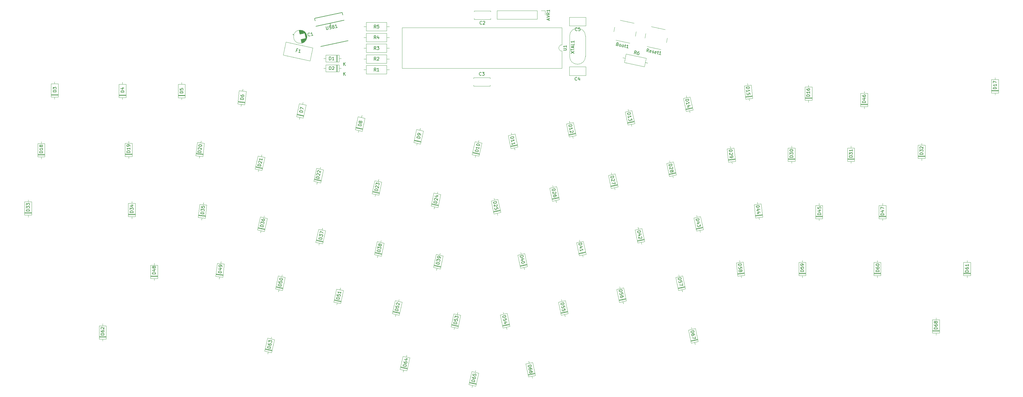
<source format=gbr>
%TF.GenerationSoftware,KiCad,Pcbnew,(5.1.9)-1*%
%TF.CreationDate,2021-04-17T17:51:11+02:00*%
%TF.ProjectId,sesame,73657361-6d65-42e6-9b69-6361645f7063,rev?*%
%TF.SameCoordinates,Original*%
%TF.FileFunction,Legend,Top*%
%TF.FilePolarity,Positive*%
%FSLAX46Y46*%
G04 Gerber Fmt 4.6, Leading zero omitted, Abs format (unit mm)*
G04 Created by KiCad (PCBNEW (5.1.9)-1) date 2021-04-17 17:51:11*
%MOMM*%
%LPD*%
G01*
G04 APERTURE LIST*
%ADD10C,0.120000*%
%ADD11C,0.150000*%
G04 APERTURE END LIST*
D10*
%TO.C,C5*%
X236756900Y-70331000D02*
X236756900Y-67591000D01*
X241996900Y-70331000D02*
X241996900Y-67591000D01*
X241996900Y-67591000D02*
X236756900Y-67591000D01*
X241996900Y-70331000D02*
X236756900Y-70331000D01*
%TO.C,C4*%
X236693400Y-86142500D02*
X236693400Y-83402500D01*
X241933400Y-86142500D02*
X241933400Y-83402500D01*
X241933400Y-83402500D02*
X236693400Y-83402500D01*
X241933400Y-86142500D02*
X236693400Y-86142500D01*
%TO.C,C3*%
X211469600Y-89256500D02*
X211469600Y-89571500D01*
X211469600Y-86831500D02*
X211469600Y-87146500D01*
X206229600Y-89256500D02*
X206229600Y-89571500D01*
X206229600Y-86831500D02*
X206229600Y-87146500D01*
X206229600Y-89571500D02*
X211469600Y-89571500D01*
X206229600Y-86831500D02*
X211469600Y-86831500D01*
%TO.C,C2*%
X206411200Y-65874000D02*
X206411200Y-65559000D01*
X206411200Y-68299000D02*
X206411200Y-67984000D01*
X211651200Y-65874000D02*
X211651200Y-65559000D01*
X211651200Y-68299000D02*
X211651200Y-67984000D01*
X211651200Y-65559000D02*
X206411200Y-65559000D01*
X211651200Y-68299000D02*
X206411200Y-68299000D01*
%TO.C,C1*%
X153158111Y-73821566D02*
G75*
G03*
X153158111Y-73821566I-2120000J0D01*
G01*
X151212757Y-74643210D02*
X151470567Y-75856113D01*
X150605654Y-71787019D02*
X150863465Y-72999922D01*
X151251882Y-74634894D02*
X151509693Y-75847797D01*
X150644780Y-71778703D02*
X150902591Y-72991606D01*
X151291008Y-74626577D02*
X151548611Y-75838502D01*
X150684114Y-71771364D02*
X150941717Y-72983289D01*
X150723656Y-71765004D02*
X150980843Y-72974973D01*
X151330134Y-74618261D02*
X151587321Y-75828229D01*
X150763405Y-71759622D02*
X151019968Y-72966656D01*
X151369260Y-74609944D02*
X151625823Y-75816978D01*
X150803155Y-71754240D02*
X151059094Y-72958340D01*
X151408386Y-74601628D02*
X151664325Y-75805728D01*
X150843113Y-71749836D02*
X151098220Y-72950023D01*
X151447512Y-74593311D02*
X151702620Y-75793499D01*
X150883278Y-71746411D02*
X151137346Y-72941707D01*
X151486638Y-74584995D02*
X151740706Y-75780291D01*
X150923651Y-71743963D02*
X151176472Y-72933391D01*
X151525764Y-74576678D02*
X151778584Y-75766106D01*
X150964025Y-71741515D02*
X151215598Y-72925074D01*
X151564890Y-74568362D02*
X151816463Y-75751921D01*
X151004814Y-71741024D02*
X151254724Y-72916758D01*
X151604016Y-74560046D02*
X151853925Y-75735779D01*
X151045603Y-71740533D02*
X151293850Y-72908441D01*
X151643141Y-74551729D02*
X151891388Y-75719637D01*
X151086600Y-71741020D02*
X151332976Y-72900125D01*
X151682267Y-74543413D02*
X151928643Y-75702518D01*
X151127597Y-71741507D02*
X151372102Y-72891808D01*
X151721393Y-74535096D02*
X151965897Y-75685398D01*
X151169010Y-71743950D02*
X151411228Y-72883492D01*
X151760519Y-74526780D02*
X152002736Y-75666322D01*
X151210423Y-71746393D02*
X151450353Y-72875175D01*
X151799645Y-74518463D02*
X152039575Y-75647246D01*
X151252044Y-71749814D02*
X151489479Y-72866859D01*
X151838771Y-74510147D02*
X152076206Y-75627191D01*
X151294081Y-71755192D02*
X151528605Y-72858542D01*
X151877897Y-74501830D02*
X152112421Y-75605181D01*
X151337096Y-71760361D02*
X151568709Y-72850018D01*
X151918001Y-74493306D02*
X152149615Y-75582962D01*
X151379132Y-71765739D02*
X151607835Y-72841701D01*
X151957127Y-74484989D02*
X152185830Y-75560952D01*
X151421585Y-71773073D02*
X151646961Y-72833385D01*
X151996253Y-74476673D02*
X152221629Y-75536985D01*
X151464245Y-71781385D02*
X151686087Y-72825069D01*
X152035379Y-74468356D02*
X152257220Y-75512040D01*
X151507114Y-71790675D02*
X151725213Y-72816752D01*
X152074505Y-74460040D02*
X152292604Y-75486117D01*
X151550190Y-71800944D02*
X151764339Y-72808436D01*
X152113630Y-74451724D02*
X152327780Y-75459216D01*
X151593266Y-71811212D02*
X151803465Y-72800119D01*
X152152756Y-74443407D02*
X152362955Y-75432314D01*
X151636758Y-71823437D02*
X151842591Y-72791803D01*
X152191882Y-74435091D02*
X152397715Y-75403457D01*
X151680458Y-71836639D02*
X151881717Y-72783486D01*
X152231008Y-74426774D02*
X152432267Y-75373621D01*
X151724366Y-71850820D02*
X151920842Y-72775170D01*
X152270134Y-74418458D02*
X152466611Y-75342807D01*
X151768690Y-71866957D02*
X151959968Y-72766853D01*
X152309260Y-74410141D02*
X152500539Y-75310037D01*
X151813013Y-71883095D02*
X151999094Y-72758537D01*
X152348386Y-74401825D02*
X152534467Y-75277267D01*
X151857753Y-71901188D02*
X152038220Y-72750220D01*
X152387512Y-74393508D02*
X152567979Y-75242540D01*
X151902700Y-71920260D02*
X152077346Y-72741904D01*
X152426638Y-74385192D02*
X152601284Y-75206836D01*
X151948063Y-71941288D02*
X152116472Y-72733587D01*
X152465764Y-74376875D02*
X152634172Y-75169175D01*
X151993635Y-71963294D02*
X152155598Y-72725271D01*
X152504890Y-74368559D02*
X152666853Y-75130536D01*
X152039414Y-71986278D02*
X152194724Y-72716954D01*
X152544015Y-74360242D02*
X152699325Y-75090919D01*
X152085817Y-72012197D02*
X152233850Y-72708638D01*
X152583141Y-74351926D02*
X152731174Y-75048367D01*
X152132427Y-72039094D02*
X152272976Y-72700322D01*
X152622267Y-74343609D02*
X152762816Y-75004837D01*
X152179454Y-72067947D02*
X152312101Y-72692005D01*
X152661393Y-74335293D02*
X152794041Y-74959351D01*
X152226896Y-72098756D02*
X152351227Y-72683689D01*
X152700519Y-74326977D02*
X152824850Y-74911909D01*
X152274754Y-72131522D02*
X152390353Y-72675372D01*
X152739645Y-74318660D02*
X152855244Y-74862510D01*
X152323236Y-72167222D02*
X152885014Y-74810177D01*
X152372134Y-72204879D02*
X152914368Y-74755888D01*
X152421656Y-72245470D02*
X152943098Y-74698664D01*
X152472009Y-72289973D02*
X152970997Y-74637527D01*
X152523193Y-72338389D02*
X152998064Y-74572478D01*
X152575210Y-72390718D02*
X153024299Y-74503517D01*
X152628266Y-72447937D02*
X153049495Y-74429664D01*
X152682569Y-72511026D02*
X153073443Y-74349943D01*
X152738536Y-72581939D02*
X153095728Y-74262397D01*
X152796582Y-72662634D02*
X153115934Y-74165069D01*
X152857331Y-72756045D02*
X153133437Y-74055025D01*
X152922861Y-72871953D02*
X153146159Y-73922484D01*
X152996709Y-73026987D02*
X153150563Y-73750817D01*
X148569456Y-73124598D02*
X148960715Y-73041433D01*
X148723503Y-72887386D02*
X148806668Y-73278645D01*
%TO.C,AVR1*%
X229041000Y-65535500D02*
X229041000Y-66865500D01*
X227711000Y-65535500D02*
X229041000Y-65535500D01*
X226441000Y-65535500D02*
X226441000Y-68195500D01*
X226441000Y-68195500D02*
X213681000Y-68195500D01*
X226441000Y-65535500D02*
X213681000Y-65535500D01*
X213681000Y-65535500D02*
X213681000Y-68195500D01*
%TO.C,D60*%
X333652000Y-149348000D02*
X335892000Y-149348000D01*
X333652000Y-149108000D02*
X335892000Y-149108000D01*
X333652000Y-149228000D02*
X335892000Y-149228000D01*
X334772000Y-145058000D02*
X334772000Y-145708000D01*
X334772000Y-150598000D02*
X334772000Y-149948000D01*
X333652000Y-145708000D02*
X333652000Y-149948000D01*
X335892000Y-145708000D02*
X333652000Y-145708000D01*
X335892000Y-149948000D02*
X335892000Y-145708000D01*
X333652000Y-149948000D02*
X335892000Y-149948000D01*
%TO.C,U1*%
X234375000Y-83866500D02*
X234375000Y-78406500D01*
X183455000Y-83866500D02*
X234375000Y-83866500D01*
X183455000Y-70946500D02*
X183455000Y-83866500D01*
X234375000Y-70946500D02*
X183455000Y-70946500D01*
X234375000Y-76406500D02*
X234375000Y-70946500D01*
X234375000Y-78406500D02*
G75*
G02*
X234375000Y-76406500I0J1000000D01*
G01*
%TO.C,XTAL1*%
X236806500Y-73662000D02*
X236806500Y-80062000D01*
X241856500Y-73662000D02*
X241856500Y-80062000D01*
X236806500Y-80062000D02*
G75*
G03*
X241856500Y-80062000I2525000J0D01*
G01*
X236806500Y-73662000D02*
G75*
G02*
X241856500Y-73662000I2525000J0D01*
G01*
D11*
%TO.C,USB1*%
X160528000Y-69532500D02*
X160792048Y-70774747D01*
X164383352Y-66146945D02*
X164546256Y-66889297D01*
X164383352Y-66146945D02*
X155628931Y-68007754D01*
X155782053Y-68752186D02*
X155628931Y-68007754D01*
X166289902Y-75116558D02*
X157535481Y-76977368D01*
X165051933Y-68570908D02*
X156004067Y-70494092D01*
D10*
%TO.C,Reset1*%
X267598761Y-75711847D02*
X267910629Y-74244625D01*
X267207723Y-71539367D02*
X262806059Y-70603764D01*
X261063596Y-72789243D02*
X260751728Y-74256465D01*
X261454633Y-76961723D02*
X265856298Y-77897326D01*
%TO.C,R6*%
X261650706Y-82160155D02*
X260897532Y-82000063D01*
X253747274Y-80480228D02*
X254500447Y-80640320D01*
X261182371Y-80660000D02*
X254785286Y-79300258D01*
X260612693Y-83340125D02*
X261182371Y-80660000D01*
X254215608Y-81980382D02*
X260612693Y-83340125D01*
X254785286Y-79300258D02*
X254215608Y-81980382D01*
%TO.C,R5*%
X179363500Y-70612000D02*
X178593500Y-70612000D01*
X171283500Y-70612000D02*
X172053500Y-70612000D01*
X178593500Y-69242000D02*
X172053500Y-69242000D01*
X178593500Y-71982000D02*
X178593500Y-69242000D01*
X172053500Y-71982000D02*
X178593500Y-71982000D01*
X172053500Y-69242000D02*
X172053500Y-71982000D01*
%TO.C,R4*%
X179363500Y-74041000D02*
X178593500Y-74041000D01*
X171283500Y-74041000D02*
X172053500Y-74041000D01*
X178593500Y-72671000D02*
X172053500Y-72671000D01*
X178593500Y-75411000D02*
X178593500Y-72671000D01*
X172053500Y-75411000D02*
X178593500Y-75411000D01*
X172053500Y-72671000D02*
X172053500Y-75411000D01*
%TO.C,R2*%
X179363500Y-80899000D02*
X178593500Y-80899000D01*
X171283500Y-80899000D02*
X172053500Y-80899000D01*
X178593500Y-79529000D02*
X172053500Y-79529000D01*
X178593500Y-82269000D02*
X178593500Y-79529000D01*
X172053500Y-82269000D02*
X178593500Y-82269000D01*
X172053500Y-79529000D02*
X172053500Y-82269000D01*
%TO.C,R3*%
X179363500Y-77470000D02*
X178593500Y-77470000D01*
X171283500Y-77470000D02*
X172053500Y-77470000D01*
X178593500Y-76100000D02*
X172053500Y-76100000D01*
X178593500Y-78840000D02*
X178593500Y-76100000D01*
X172053500Y-78840000D02*
X178593500Y-78840000D01*
X172053500Y-76100000D02*
X172053500Y-78840000D01*
%TO.C,R1*%
X179363500Y-84328000D02*
X178593500Y-84328000D01*
X171283500Y-84328000D02*
X172053500Y-84328000D01*
X178593500Y-82958000D02*
X172053500Y-82958000D01*
X178593500Y-85698000D02*
X178593500Y-82958000D01*
X172053500Y-85698000D02*
X178593500Y-85698000D01*
X172053500Y-82958000D02*
X172053500Y-85698000D01*
%TO.C,F1*%
X154146227Y-81488343D02*
X145597217Y-79671195D01*
X154146227Y-81488343D02*
X155027773Y-77340997D01*
X146478763Y-75523849D02*
X145597217Y-79671195D01*
X146478763Y-75523849D02*
X155027773Y-77340997D01*
%TO.C,D68*%
X352321000Y-167636000D02*
X354561000Y-167636000D01*
X352321000Y-167396000D02*
X354561000Y-167396000D01*
X352321000Y-167516000D02*
X354561000Y-167516000D01*
X353441000Y-163346000D02*
X353441000Y-163996000D01*
X353441000Y-168886000D02*
X353441000Y-168236000D01*
X352321000Y-163996000D02*
X352321000Y-168236000D01*
X354561000Y-163996000D02*
X352321000Y-163996000D01*
X354561000Y-168236000D02*
X354561000Y-163996000D01*
X352321000Y-168236000D02*
X354561000Y-168236000D01*
%TO.C,D67*%
X275415357Y-170839903D02*
X277606408Y-170374181D01*
X275365458Y-170605148D02*
X277556509Y-170139425D01*
X275390408Y-170722525D02*
X277581458Y-170256803D01*
X275618941Y-166410789D02*
X275754084Y-167046585D01*
X276770772Y-171829726D02*
X276635629Y-171193931D01*
X274658558Y-167279446D02*
X275540104Y-171426792D01*
X276849609Y-166813724D02*
X274658558Y-167279446D01*
X277731155Y-170961069D02*
X276849609Y-166813724D01*
X275540104Y-171426792D02*
X277731155Y-170961069D01*
%TO.C,D66*%
X223599357Y-181634903D02*
X225790408Y-181169181D01*
X223549458Y-181400148D02*
X225740509Y-180934425D01*
X223574408Y-181517525D02*
X225765458Y-181051803D01*
X223802941Y-177205789D02*
X223938084Y-177841585D01*
X224954772Y-182624726D02*
X224819629Y-181988931D01*
X222842558Y-178074446D02*
X223724104Y-182221792D01*
X225033609Y-177608724D02*
X222842558Y-178074446D01*
X225915155Y-181756069D02*
X225033609Y-177608724D01*
X223724104Y-182221792D02*
X225915155Y-181756069D01*
%TO.C,D65*%
X204866592Y-184090181D02*
X207057643Y-184555903D01*
X204916491Y-183855425D02*
X207107542Y-184321148D01*
X204891542Y-183972803D02*
X207082592Y-184438525D01*
X206854059Y-180126789D02*
X206718916Y-180762585D01*
X205702228Y-185545726D02*
X205837371Y-184909931D01*
X205623391Y-180529724D02*
X204741845Y-184677069D01*
X207814442Y-180995446D02*
X205623391Y-180529724D01*
X206932896Y-185142792D02*
X207814442Y-180995446D01*
X204741845Y-184677069D02*
X206932896Y-185142792D01*
%TO.C,D64*%
X182946392Y-179187981D02*
X185137443Y-179653703D01*
X182996291Y-178953225D02*
X185187342Y-179418948D01*
X182971342Y-179070603D02*
X185162392Y-179536325D01*
X184933859Y-175224589D02*
X184798716Y-175860385D01*
X183782028Y-180643526D02*
X183917171Y-180007731D01*
X183703191Y-175627524D02*
X182821645Y-179774869D01*
X185894242Y-176093246D02*
X183703191Y-175627524D01*
X185012696Y-180240592D02*
X185894242Y-176093246D01*
X182821645Y-179774869D02*
X185012696Y-180240592D01*
%TO.C,D63*%
X139842592Y-173422181D02*
X142033643Y-173887903D01*
X139892491Y-173187425D02*
X142083542Y-173653148D01*
X139867542Y-173304803D02*
X142058592Y-173770525D01*
X141830059Y-169458789D02*
X141694916Y-170094585D01*
X140678228Y-174877726D02*
X140813371Y-174241931D01*
X140599391Y-169861724D02*
X139717845Y-174009069D01*
X142790442Y-170327446D02*
X140599391Y-169861724D01*
X141908896Y-174474792D02*
X142790442Y-170327446D01*
X139717845Y-174009069D02*
X141908896Y-174474792D01*
%TO.C,D62*%
X87018000Y-169541000D02*
X89258000Y-169541000D01*
X87018000Y-169301000D02*
X89258000Y-169301000D01*
X87018000Y-169421000D02*
X89258000Y-169421000D01*
X88138000Y-165251000D02*
X88138000Y-165901000D01*
X88138000Y-170791000D02*
X88138000Y-170141000D01*
X87018000Y-165901000D02*
X87018000Y-170141000D01*
X89258000Y-165901000D02*
X87018000Y-165901000D01*
X89258000Y-170141000D02*
X89258000Y-165901000D01*
X87018000Y-170141000D02*
X89258000Y-170141000D01*
%TO.C,D61*%
X362227000Y-149348000D02*
X364467000Y-149348000D01*
X362227000Y-149108000D02*
X364467000Y-149108000D01*
X362227000Y-149228000D02*
X364467000Y-149228000D01*
X363347000Y-145058000D02*
X363347000Y-145708000D01*
X363347000Y-150598000D02*
X363347000Y-149948000D01*
X362227000Y-145708000D02*
X362227000Y-149948000D01*
X364467000Y-145708000D02*
X362227000Y-145708000D01*
X364467000Y-149948000D02*
X364467000Y-145708000D01*
X362227000Y-149948000D02*
X364467000Y-149948000D01*
%TO.C,D59*%
X309776000Y-149348000D02*
X312016000Y-149348000D01*
X309776000Y-149108000D02*
X312016000Y-149108000D01*
X309776000Y-149228000D02*
X312016000Y-149228000D01*
X310896000Y-145058000D02*
X310896000Y-145708000D01*
X310896000Y-150598000D02*
X310896000Y-149948000D01*
X309776000Y-145708000D02*
X309776000Y-149948000D01*
X312016000Y-145708000D02*
X309776000Y-145708000D01*
X312016000Y-149948000D02*
X312016000Y-145708000D01*
X309776000Y-149948000D02*
X312016000Y-149948000D01*
%TO.C,D58*%
X290238765Y-149477617D02*
X292466494Y-149243473D01*
X290213678Y-149238931D02*
X292441408Y-149004788D01*
X290226222Y-149358274D02*
X292453951Y-149124130D01*
X290904203Y-145094046D02*
X290972146Y-145740485D01*
X291483290Y-150603697D02*
X291415347Y-149957258D01*
X289858282Y-145857557D02*
X290301482Y-150074330D01*
X292086011Y-145623413D02*
X289858282Y-145857557D01*
X292529211Y-149840186D02*
X292086011Y-145623413D01*
X290301482Y-150074330D02*
X292529211Y-149840186D01*
%TO.C,D57*%
X271351357Y-154075903D02*
X273542408Y-153610181D01*
X271301458Y-153841148D02*
X273492509Y-153375425D01*
X271326408Y-153958525D02*
X273517458Y-153492803D01*
X271554941Y-149646789D02*
X271690084Y-150282585D01*
X272706772Y-155065726D02*
X272571629Y-154429931D01*
X270594558Y-150515446D02*
X271476104Y-154662792D01*
X272785609Y-150049724D02*
X270594558Y-150515446D01*
X273667155Y-154197069D02*
X272785609Y-150049724D01*
X271476104Y-154662792D02*
X273667155Y-154197069D01*
%TO.C,D56*%
X252555357Y-157885903D02*
X254746408Y-157420181D01*
X252505458Y-157651148D02*
X254696509Y-157185425D01*
X252530408Y-157768525D02*
X254721458Y-157302803D01*
X252758941Y-153456789D02*
X252894084Y-154092585D01*
X253910772Y-158875726D02*
X253775629Y-158239931D01*
X251798558Y-154325446D02*
X252680104Y-158472792D01*
X253989609Y-153859724D02*
X251798558Y-154325446D01*
X254871155Y-158007069D02*
X253989609Y-153859724D01*
X252680104Y-158472792D02*
X254871155Y-158007069D01*
%TO.C,D55*%
X234013357Y-161949903D02*
X236204408Y-161484181D01*
X233963458Y-161715148D02*
X236154509Y-161249425D01*
X233988408Y-161832525D02*
X236179458Y-161366803D01*
X234216941Y-157520789D02*
X234352084Y-158156585D01*
X235368772Y-162939726D02*
X235233629Y-162303931D01*
X233256558Y-158389446D02*
X234138104Y-162536792D01*
X235447609Y-157923724D02*
X233256558Y-158389446D01*
X236329155Y-162071069D02*
X235447609Y-157923724D01*
X234138104Y-162536792D02*
X236329155Y-162071069D01*
%TO.C,D54*%
X215471357Y-166013903D02*
X217662408Y-165548181D01*
X215421458Y-165779148D02*
X217612509Y-165313425D01*
X215446408Y-165896525D02*
X217637458Y-165430803D01*
X215674941Y-161584789D02*
X215810084Y-162220585D01*
X216826772Y-167003726D02*
X216691629Y-166367931D01*
X214714558Y-162453446D02*
X215596104Y-166600792D01*
X216905609Y-161987724D02*
X214714558Y-162453446D01*
X217787155Y-166135069D02*
X216905609Y-161987724D01*
X215596104Y-166600792D02*
X217787155Y-166135069D01*
%TO.C,D53*%
X199151592Y-165675181D02*
X201342643Y-166140903D01*
X199201491Y-165440425D02*
X201392542Y-165906148D01*
X199176542Y-165557803D02*
X201367592Y-166023525D01*
X201139059Y-161711789D02*
X201003916Y-162347585D01*
X199987228Y-167130726D02*
X200122371Y-166494931D01*
X199908391Y-162114724D02*
X199026845Y-166262069D01*
X202099442Y-162580446D02*
X199908391Y-162114724D01*
X201217896Y-166727792D02*
X202099442Y-162580446D01*
X199026845Y-166262069D02*
X201217896Y-166727792D01*
%TO.C,D52*%
X180482592Y-161484181D02*
X182673643Y-161949903D01*
X180532491Y-161249425D02*
X182723542Y-161715148D01*
X180507542Y-161366803D02*
X182698592Y-161832525D01*
X182470059Y-157520789D02*
X182334916Y-158156585D01*
X181318228Y-162939726D02*
X181453371Y-162303931D01*
X181239391Y-157923724D02*
X180357845Y-162071069D01*
X183430442Y-158389446D02*
X181239391Y-157923724D01*
X182548896Y-162536792D02*
X183430442Y-158389446D01*
X180357845Y-162071069D02*
X182548896Y-162536792D01*
%TO.C,D51*%
X161813592Y-157801181D02*
X164004643Y-158266903D01*
X161863491Y-157566425D02*
X164054542Y-158032148D01*
X161838542Y-157683803D02*
X164029592Y-158149525D01*
X163801059Y-153837789D02*
X163665916Y-154473585D01*
X162649228Y-159256726D02*
X162784371Y-158620931D01*
X162570391Y-154240724D02*
X161688845Y-158388069D01*
X164761442Y-154706446D02*
X162570391Y-154240724D01*
X163879896Y-158853792D02*
X164761442Y-154706446D01*
X161688845Y-158388069D02*
X163879896Y-158853792D01*
%TO.C,D50*%
X143271592Y-153610181D02*
X145462643Y-154075903D01*
X143321491Y-153375425D02*
X145512542Y-153841148D01*
X143296542Y-153492803D02*
X145487592Y-153958525D01*
X145259059Y-149646789D02*
X145123916Y-150282585D01*
X144107228Y-155065726D02*
X144242371Y-154429931D01*
X144028391Y-150049724D02*
X143146845Y-154197069D01*
X146219442Y-150515446D02*
X144028391Y-150049724D01*
X145337896Y-154662792D02*
X146219442Y-150515446D01*
X143146845Y-154197069D02*
X145337896Y-154662792D01*
%TO.C,D49*%
X124220506Y-149624473D02*
X126448235Y-149858617D01*
X124245592Y-149385788D02*
X126473322Y-149619931D01*
X124233049Y-149505130D02*
X126460778Y-149739274D01*
X125782797Y-145475046D02*
X125714854Y-146121485D01*
X125203710Y-150984697D02*
X125271653Y-150338258D01*
X124600989Y-146004413D02*
X124157789Y-150221186D01*
X126828718Y-146238557D02*
X124600989Y-146004413D01*
X126385518Y-150455330D02*
X126828718Y-146238557D01*
X124157789Y-150221186D02*
X126385518Y-150455330D01*
%TO.C,D48*%
X103401000Y-150237000D02*
X105641000Y-150237000D01*
X103401000Y-149997000D02*
X105641000Y-149997000D01*
X103401000Y-150117000D02*
X105641000Y-150117000D01*
X104521000Y-145947000D02*
X104521000Y-146597000D01*
X104521000Y-151487000D02*
X104521000Y-150837000D01*
X103401000Y-146597000D02*
X103401000Y-150837000D01*
X105641000Y-146597000D02*
X103401000Y-146597000D01*
X105641000Y-150837000D02*
X105641000Y-146597000D01*
X103401000Y-150837000D02*
X105641000Y-150837000D01*
%TO.C,D47*%
X335303000Y-131187000D02*
X337543000Y-131187000D01*
X335303000Y-130947000D02*
X337543000Y-130947000D01*
X335303000Y-131067000D02*
X337543000Y-131067000D01*
X336423000Y-126897000D02*
X336423000Y-127547000D01*
X336423000Y-132437000D02*
X336423000Y-131787000D01*
X335303000Y-127547000D02*
X335303000Y-131787000D01*
X337543000Y-127547000D02*
X335303000Y-127547000D01*
X337543000Y-131787000D02*
X337543000Y-127547000D01*
X335303000Y-131787000D02*
X337543000Y-131787000D01*
%TO.C,D45*%
X315110000Y-131187000D02*
X317350000Y-131187000D01*
X315110000Y-130947000D02*
X317350000Y-130947000D01*
X315110000Y-131067000D02*
X317350000Y-131067000D01*
X316230000Y-126897000D02*
X316230000Y-127547000D01*
X316230000Y-132437000D02*
X316230000Y-131787000D01*
X315110000Y-127547000D02*
X315110000Y-131787000D01*
X317350000Y-127547000D02*
X315110000Y-127547000D01*
X317350000Y-131787000D02*
X317350000Y-127547000D01*
X315110000Y-131787000D02*
X317350000Y-131787000D01*
%TO.C,D44*%
X295953765Y-130935617D02*
X298181494Y-130701473D01*
X295928678Y-130696931D02*
X298156408Y-130462788D01*
X295941222Y-130816274D02*
X298168951Y-130582130D01*
X296619203Y-126552046D02*
X296687146Y-127198485D01*
X297198290Y-132061697D02*
X297130347Y-131415258D01*
X295573282Y-127315557D02*
X296016482Y-131532330D01*
X297801011Y-127081413D02*
X295573282Y-127315557D01*
X298244211Y-131298186D02*
X297801011Y-127081413D01*
X296016482Y-131532330D02*
X298244211Y-131298186D01*
%TO.C,D43*%
X277066357Y-135152903D02*
X279257408Y-134687181D01*
X277016458Y-134918148D02*
X279207509Y-134452425D01*
X277041408Y-135035525D02*
X279232458Y-134569803D01*
X277269941Y-130723789D02*
X277405084Y-131359585D01*
X278421772Y-136142726D02*
X278286629Y-135506931D01*
X276309558Y-131592446D02*
X277191104Y-135739792D01*
X278500609Y-131126724D02*
X276309558Y-131592446D01*
X279382155Y-135274069D02*
X278500609Y-131126724D01*
X277191104Y-135739792D02*
X279382155Y-135274069D01*
%TO.C,D42*%
X258397357Y-138962903D02*
X260588408Y-138497181D01*
X258347458Y-138728148D02*
X260538509Y-138262425D01*
X258372408Y-138845525D02*
X260563458Y-138379803D01*
X258600941Y-134533789D02*
X258736084Y-135169585D01*
X259752772Y-139952726D02*
X259617629Y-139316931D01*
X257640558Y-135402446D02*
X258522104Y-139549792D01*
X259831609Y-134936724D02*
X257640558Y-135402446D01*
X260713155Y-139084069D02*
X259831609Y-134936724D01*
X258522104Y-139549792D02*
X260713155Y-139084069D01*
%TO.C,D41*%
X239728357Y-143026903D02*
X241919408Y-142561181D01*
X239678458Y-142792148D02*
X241869509Y-142326425D01*
X239703408Y-142909525D02*
X241894458Y-142443803D01*
X239931941Y-138597789D02*
X240067084Y-139233585D01*
X241083772Y-144016726D02*
X240948629Y-143380931D01*
X238971558Y-139466446D02*
X239853104Y-143613792D01*
X241162609Y-139000724D02*
X238971558Y-139466446D01*
X242044155Y-143148069D02*
X241162609Y-139000724D01*
X239853104Y-143613792D02*
X242044155Y-143148069D01*
%TO.C,D40*%
X221059357Y-146963903D02*
X223250408Y-146498181D01*
X221009458Y-146729148D02*
X223200509Y-146263425D01*
X221034408Y-146846525D02*
X223225458Y-146380803D01*
X221262941Y-142534789D02*
X221398084Y-143170585D01*
X222414772Y-147953726D02*
X222279629Y-147317931D01*
X220302558Y-143403446D02*
X221184104Y-147550792D01*
X222493609Y-142937724D02*
X220302558Y-143403446D01*
X223375155Y-147085069D02*
X222493609Y-142937724D01*
X221184104Y-147550792D02*
X223375155Y-147085069D01*
%TO.C,D39*%
X193563592Y-146752181D02*
X195754643Y-147217903D01*
X193613491Y-146517425D02*
X195804542Y-146983148D01*
X193588542Y-146634803D02*
X195779592Y-147100525D01*
X195551059Y-142788789D02*
X195415916Y-143424585D01*
X194399228Y-148207726D02*
X194534371Y-147571931D01*
X194320391Y-143191724D02*
X193438845Y-147339069D01*
X196511442Y-143657446D02*
X194320391Y-143191724D01*
X195629896Y-147804792D02*
X196511442Y-143657446D01*
X193438845Y-147339069D02*
X195629896Y-147804792D01*
%TO.C,D38*%
X174767592Y-142688181D02*
X176958643Y-143153903D01*
X174817491Y-142453425D02*
X177008542Y-142919148D01*
X174792542Y-142570803D02*
X176983592Y-143036525D01*
X176755059Y-138724789D02*
X176619916Y-139360585D01*
X175603228Y-144143726D02*
X175738371Y-143507931D01*
X175524391Y-139127724D02*
X174642845Y-143275069D01*
X177715442Y-139593446D02*
X175524391Y-139127724D01*
X176833896Y-143740792D02*
X177715442Y-139593446D01*
X174642845Y-143275069D02*
X176833896Y-143740792D01*
%TO.C,D37*%
X156098592Y-138751181D02*
X158289643Y-139216903D01*
X156148491Y-138516425D02*
X158339542Y-138982148D01*
X156123542Y-138633803D02*
X158314592Y-139099525D01*
X158086059Y-134787789D02*
X157950916Y-135423585D01*
X156934228Y-140206726D02*
X157069371Y-139570931D01*
X156855391Y-135190724D02*
X155973845Y-139338069D01*
X159046442Y-135656446D02*
X156855391Y-135190724D01*
X158164896Y-139803792D02*
X159046442Y-135656446D01*
X155973845Y-139338069D02*
X158164896Y-139803792D01*
%TO.C,D36*%
X137556592Y-134814181D02*
X139747643Y-135279903D01*
X137606491Y-134579425D02*
X139797542Y-135045148D01*
X137581542Y-134696803D02*
X139772592Y-135162525D01*
X139544059Y-130850789D02*
X139408916Y-131486585D01*
X138392228Y-136269726D02*
X138527371Y-135633931D01*
X138313391Y-131253724D02*
X137431845Y-135401069D01*
X140504442Y-131719446D02*
X138313391Y-131253724D01*
X139622896Y-135866792D02*
X140504442Y-131719446D01*
X137431845Y-135401069D02*
X139622896Y-135866792D01*
%TO.C,D35*%
X118632506Y-130828473D02*
X120860235Y-131062617D01*
X118657592Y-130589788D02*
X120885322Y-130823931D01*
X118645049Y-130709130D02*
X120872778Y-130943274D01*
X120194797Y-126679046D02*
X120126854Y-127325485D01*
X119615710Y-132188697D02*
X119683653Y-131542258D01*
X119012989Y-127208413D02*
X118569789Y-131425186D01*
X121240718Y-127442557D02*
X119012989Y-127208413D01*
X120797518Y-131659330D02*
X121240718Y-127442557D01*
X118569789Y-131425186D02*
X120797518Y-131659330D01*
%TO.C,D34*%
X96289000Y-130552000D02*
X98529000Y-130552000D01*
X96289000Y-130312000D02*
X98529000Y-130312000D01*
X96289000Y-130432000D02*
X98529000Y-130432000D01*
X97409000Y-126262000D02*
X97409000Y-126912000D01*
X97409000Y-131802000D02*
X97409000Y-131152000D01*
X96289000Y-126912000D02*
X96289000Y-131152000D01*
X98529000Y-126912000D02*
X96289000Y-126912000D01*
X98529000Y-131152000D02*
X98529000Y-126912000D01*
X96289000Y-131152000D02*
X98529000Y-131152000D01*
%TO.C,D33*%
X63269000Y-130044000D02*
X65509000Y-130044000D01*
X63269000Y-129804000D02*
X65509000Y-129804000D01*
X63269000Y-129924000D02*
X65509000Y-129924000D01*
X64389000Y-125754000D02*
X64389000Y-126404000D01*
X64389000Y-131294000D02*
X64389000Y-130644000D01*
X63269000Y-126404000D02*
X63269000Y-130644000D01*
X65509000Y-126404000D02*
X63269000Y-126404000D01*
X65509000Y-130644000D02*
X65509000Y-126404000D01*
X63269000Y-130644000D02*
X65509000Y-130644000D01*
%TO.C,D32*%
X347749000Y-112010000D02*
X349989000Y-112010000D01*
X347749000Y-111770000D02*
X349989000Y-111770000D01*
X347749000Y-111890000D02*
X349989000Y-111890000D01*
X348869000Y-107720000D02*
X348869000Y-108370000D01*
X348869000Y-113260000D02*
X348869000Y-112610000D01*
X347749000Y-108370000D02*
X347749000Y-112610000D01*
X349989000Y-108370000D02*
X347749000Y-108370000D01*
X349989000Y-112610000D02*
X349989000Y-108370000D01*
X347749000Y-112610000D02*
X349989000Y-112610000D01*
%TO.C,D31*%
X325270000Y-112899000D02*
X327510000Y-112899000D01*
X325270000Y-112659000D02*
X327510000Y-112659000D01*
X325270000Y-112779000D02*
X327510000Y-112779000D01*
X326390000Y-108609000D02*
X326390000Y-109259000D01*
X326390000Y-114149000D02*
X326390000Y-113499000D01*
X325270000Y-109259000D02*
X325270000Y-113499000D01*
X327510000Y-109259000D02*
X325270000Y-109259000D01*
X327510000Y-113499000D02*
X327510000Y-109259000D01*
X325270000Y-113499000D02*
X327510000Y-113499000D01*
%TO.C,D30*%
X306347000Y-112899000D02*
X308587000Y-112899000D01*
X306347000Y-112659000D02*
X308587000Y-112659000D01*
X306347000Y-112779000D02*
X308587000Y-112779000D01*
X307467000Y-108609000D02*
X307467000Y-109259000D01*
X307467000Y-114149000D02*
X307467000Y-113499000D01*
X306347000Y-109259000D02*
X306347000Y-113499000D01*
X308587000Y-109259000D02*
X306347000Y-109259000D01*
X308587000Y-113499000D02*
X308587000Y-109259000D01*
X306347000Y-113499000D02*
X308587000Y-113499000D01*
%TO.C,D29*%
X287317765Y-113155617D02*
X289545494Y-112921473D01*
X287292678Y-112916931D02*
X289520408Y-112682788D01*
X287305222Y-113036274D02*
X289532951Y-112802130D01*
X287983203Y-108772046D02*
X288051146Y-109418485D01*
X288562290Y-114281697D02*
X288494347Y-113635258D01*
X286937282Y-109535557D02*
X287380482Y-113752330D01*
X289165011Y-109301413D02*
X286937282Y-109535557D01*
X289608211Y-113518186D02*
X289165011Y-109301413D01*
X287380482Y-113752330D02*
X289608211Y-113518186D01*
%TO.C,D28*%
X268430357Y-117753903D02*
X270621408Y-117288181D01*
X268380458Y-117519148D02*
X270571509Y-117053425D01*
X268405408Y-117636525D02*
X270596458Y-117170803D01*
X268633941Y-113324789D02*
X268769084Y-113960585D01*
X269785772Y-118743726D02*
X269650629Y-118107931D01*
X267673558Y-114193446D02*
X268555104Y-118340792D01*
X269864609Y-113727724D02*
X267673558Y-114193446D01*
X270746155Y-117875069D02*
X269864609Y-113727724D01*
X268555104Y-118340792D02*
X270746155Y-117875069D01*
%TO.C,D27*%
X249888357Y-121563903D02*
X252079408Y-121098181D01*
X249838458Y-121329148D02*
X252029509Y-120863425D01*
X249863408Y-121446525D02*
X252054458Y-120980803D01*
X250091941Y-117134789D02*
X250227084Y-117770585D01*
X251243772Y-122553726D02*
X251108629Y-121917931D01*
X249131558Y-118003446D02*
X250013104Y-122150792D01*
X251322609Y-117537724D02*
X249131558Y-118003446D01*
X252204155Y-121685069D02*
X251322609Y-117537724D01*
X250013104Y-122150792D02*
X252204155Y-121685069D01*
%TO.C,D26*%
X231219357Y-125627903D02*
X233410408Y-125162181D01*
X231169458Y-125393148D02*
X233360509Y-124927425D01*
X231194408Y-125510525D02*
X233385458Y-125044803D01*
X231422941Y-121198789D02*
X231558084Y-121834585D01*
X232574772Y-126617726D02*
X232439629Y-125981931D01*
X230462558Y-122067446D02*
X231344104Y-126214792D01*
X232653609Y-121601724D02*
X230462558Y-122067446D01*
X233535155Y-125749069D02*
X232653609Y-121601724D01*
X231344104Y-126214792D02*
X233535155Y-125749069D01*
%TO.C,D25*%
X212550357Y-129691903D02*
X214741408Y-129226181D01*
X212500458Y-129457148D02*
X214691509Y-128991425D01*
X212525408Y-129574525D02*
X214716458Y-129108803D01*
X212753941Y-125262789D02*
X212889084Y-125898585D01*
X213905772Y-130681726D02*
X213770629Y-130045931D01*
X211793558Y-126131446D02*
X212675104Y-130278792D01*
X213984609Y-125665724D02*
X211793558Y-126131446D01*
X214866155Y-129813069D02*
X213984609Y-125665724D01*
X212675104Y-130278792D02*
X214866155Y-129813069D01*
%TO.C,D24*%
X192801592Y-127194181D02*
X194992643Y-127659903D01*
X192851491Y-126959425D02*
X195042542Y-127425148D01*
X192826542Y-127076803D02*
X195017592Y-127542525D01*
X194789059Y-123230789D02*
X194653916Y-123866585D01*
X193637228Y-128649726D02*
X193772371Y-128013931D01*
X193558391Y-123633724D02*
X192676845Y-127781069D01*
X195749442Y-124099446D02*
X193558391Y-123633724D01*
X194867896Y-128246792D02*
X195749442Y-124099446D01*
X192676845Y-127781069D02*
X194867896Y-128246792D01*
%TO.C,D23*%
X174005592Y-123257181D02*
X176196643Y-123722903D01*
X174055491Y-123022425D02*
X176246542Y-123488148D01*
X174030542Y-123139803D02*
X176221592Y-123605525D01*
X175993059Y-119293789D02*
X175857916Y-119929585D01*
X174841228Y-124712726D02*
X174976371Y-124076931D01*
X174762391Y-119696724D02*
X173880845Y-123844069D01*
X176953442Y-120162446D02*
X174762391Y-119696724D01*
X176071896Y-124309792D02*
X176953442Y-120162446D01*
X173880845Y-123844069D02*
X176071896Y-124309792D01*
%TO.C,D22*%
X155463592Y-119320181D02*
X157654643Y-119785903D01*
X155513491Y-119085425D02*
X157704542Y-119551148D01*
X155488542Y-119202803D02*
X157679592Y-119668525D01*
X157451059Y-115356789D02*
X157315916Y-115992585D01*
X156299228Y-120775726D02*
X156434371Y-120139931D01*
X156220391Y-115759724D02*
X155338845Y-119907069D01*
X158411442Y-116225446D02*
X156220391Y-115759724D01*
X157529896Y-120372792D02*
X158411442Y-116225446D01*
X155338845Y-119907069D02*
X157529896Y-120372792D01*
%TO.C,D21*%
X136794592Y-115383181D02*
X138985643Y-115848903D01*
X136844491Y-115148425D02*
X139035542Y-115614148D01*
X136819542Y-115265803D02*
X139010592Y-115731525D01*
X138782059Y-111419789D02*
X138646916Y-112055585D01*
X137630228Y-116838726D02*
X137765371Y-116202931D01*
X137551391Y-111822724D02*
X136669845Y-115970069D01*
X139742442Y-112288446D02*
X137551391Y-111822724D01*
X138860896Y-116435792D02*
X139742442Y-112288446D01*
X136669845Y-115970069D02*
X138860896Y-116435792D01*
%TO.C,D20*%
X117870506Y-111143473D02*
X120098235Y-111377617D01*
X117895592Y-110904788D02*
X120123322Y-111138931D01*
X117883049Y-111024130D02*
X120110778Y-111258274D01*
X119432797Y-106994046D02*
X119364854Y-107640485D01*
X118853710Y-112503697D02*
X118921653Y-111857258D01*
X118250989Y-107523413D02*
X117807789Y-111740186D01*
X120478718Y-107757557D02*
X118250989Y-107523413D01*
X120035518Y-111974330D02*
X120478718Y-107757557D01*
X117807789Y-111740186D02*
X120035518Y-111974330D01*
%TO.C,D19*%
X95273000Y-111375000D02*
X97513000Y-111375000D01*
X95273000Y-111135000D02*
X97513000Y-111135000D01*
X95273000Y-111255000D02*
X97513000Y-111255000D01*
X96393000Y-107085000D02*
X96393000Y-107735000D01*
X96393000Y-112625000D02*
X96393000Y-111975000D01*
X95273000Y-107735000D02*
X95273000Y-111975000D01*
X97513000Y-107735000D02*
X95273000Y-107735000D01*
X97513000Y-111975000D02*
X97513000Y-107735000D01*
X95273000Y-111975000D02*
X97513000Y-111975000D01*
%TO.C,D18*%
X67460000Y-111502000D02*
X69700000Y-111502000D01*
X67460000Y-111262000D02*
X69700000Y-111262000D01*
X67460000Y-111382000D02*
X69700000Y-111382000D01*
X68580000Y-107212000D02*
X68580000Y-107862000D01*
X68580000Y-112752000D02*
X68580000Y-112102000D01*
X67460000Y-107862000D02*
X67460000Y-112102000D01*
X69700000Y-107862000D02*
X67460000Y-107862000D01*
X69700000Y-112102000D02*
X69700000Y-107862000D01*
X67460000Y-112102000D02*
X69700000Y-112102000D01*
%TO.C,D17*%
X371117000Y-91118500D02*
X373357000Y-91118500D01*
X371117000Y-90878500D02*
X373357000Y-90878500D01*
X371117000Y-90998500D02*
X373357000Y-90998500D01*
X372237000Y-86828500D02*
X372237000Y-87478500D01*
X372237000Y-92368500D02*
X372237000Y-91718500D01*
X371117000Y-87478500D02*
X371117000Y-91718500D01*
X373357000Y-87478500D02*
X371117000Y-87478500D01*
X373357000Y-91718500D02*
X373357000Y-87478500D01*
X371117000Y-91718500D02*
X373357000Y-91718500D01*
%TO.C,D46*%
X329461000Y-95500000D02*
X331701000Y-95500000D01*
X329461000Y-95260000D02*
X331701000Y-95260000D01*
X329461000Y-95380000D02*
X331701000Y-95380000D01*
X330581000Y-91210000D02*
X330581000Y-91860000D01*
X330581000Y-96750000D02*
X330581000Y-96100000D01*
X329461000Y-91860000D02*
X329461000Y-96100000D01*
X331701000Y-91860000D02*
X329461000Y-91860000D01*
X331701000Y-96100000D02*
X331701000Y-91860000D01*
X329461000Y-96100000D02*
X331701000Y-96100000D01*
%TO.C,D16*%
X311744500Y-93468000D02*
X313984500Y-93468000D01*
X311744500Y-93228000D02*
X313984500Y-93228000D01*
X311744500Y-93348000D02*
X313984500Y-93348000D01*
X312864500Y-89178000D02*
X312864500Y-89828000D01*
X312864500Y-94718000D02*
X312864500Y-94068000D01*
X311744500Y-89828000D02*
X311744500Y-94068000D01*
X313984500Y-89828000D02*
X311744500Y-89828000D01*
X313984500Y-94068000D02*
X313984500Y-89828000D01*
X311744500Y-94068000D02*
X313984500Y-94068000D01*
%TO.C,D15*%
X292778765Y-93089617D02*
X295006494Y-92855473D01*
X292753678Y-92850931D02*
X294981408Y-92616788D01*
X292766222Y-92970274D02*
X294993951Y-92736130D01*
X293444203Y-88706046D02*
X293512146Y-89352485D01*
X294023290Y-94215697D02*
X293955347Y-93569258D01*
X292398282Y-89469557D02*
X292841482Y-93686330D01*
X294626011Y-89235413D02*
X292398282Y-89469557D01*
X295069211Y-93452186D02*
X294626011Y-89235413D01*
X292841482Y-93686330D02*
X295069211Y-93452186D01*
%TO.C,D14*%
X273764357Y-97052903D02*
X275955408Y-96587181D01*
X273714458Y-96818148D02*
X275905509Y-96352425D01*
X273739408Y-96935525D02*
X275930458Y-96469803D01*
X273967941Y-92623789D02*
X274103084Y-93259585D01*
X275119772Y-98042726D02*
X274984629Y-97406931D01*
X273007558Y-93492446D02*
X273889104Y-97639792D01*
X275198609Y-93026724D02*
X273007558Y-93492446D01*
X276080155Y-97174069D02*
X275198609Y-93026724D01*
X273889104Y-97639792D02*
X276080155Y-97174069D01*
%TO.C,D13*%
X255222357Y-101370903D02*
X257413408Y-100905181D01*
X255172458Y-101136148D02*
X257363509Y-100670425D01*
X255197408Y-101253525D02*
X257388458Y-100787803D01*
X255425941Y-96941789D02*
X255561084Y-97577585D01*
X256577772Y-102360726D02*
X256442629Y-101724931D01*
X254465558Y-97810446D02*
X255347104Y-101957792D01*
X256656609Y-97344724D02*
X254465558Y-97810446D01*
X257538155Y-101492069D02*
X256656609Y-97344724D01*
X255347104Y-101957792D02*
X257538155Y-101492069D01*
%TO.C,D12*%
X236553357Y-105180903D02*
X238744408Y-104715181D01*
X236503458Y-104946148D02*
X238694509Y-104480425D01*
X236528408Y-105063525D02*
X238719458Y-104597803D01*
X236756941Y-100751789D02*
X236892084Y-101387585D01*
X237908772Y-106170726D02*
X237773629Y-105534931D01*
X235796558Y-101620446D02*
X236678104Y-105767792D01*
X237987609Y-101154724D02*
X235796558Y-101620446D01*
X238869155Y-105302069D02*
X237987609Y-101154724D01*
X236678104Y-105767792D02*
X238869155Y-105302069D01*
%TO.C,D11*%
X218011357Y-108863903D02*
X220202408Y-108398181D01*
X217961458Y-108629148D02*
X220152509Y-108163425D01*
X217986408Y-108746525D02*
X220177458Y-108280803D01*
X218214941Y-104434789D02*
X218350084Y-105070585D01*
X219366772Y-109853726D02*
X219231629Y-109217931D01*
X217254558Y-105303446D02*
X218136104Y-109450792D01*
X219445609Y-104837724D02*
X217254558Y-105303446D01*
X220327155Y-108985069D02*
X219445609Y-104837724D01*
X218136104Y-109450792D02*
X220327155Y-108985069D01*
%TO.C,D10*%
X205882592Y-110811181D02*
X208073643Y-111276903D01*
X205932491Y-110576425D02*
X208123542Y-111042148D01*
X205907542Y-110693803D02*
X208098592Y-111159525D01*
X207870059Y-106847789D02*
X207734916Y-107483585D01*
X206718228Y-112266726D02*
X206853371Y-111630931D01*
X206639391Y-107250724D02*
X205757845Y-111398069D01*
X208830442Y-107716446D02*
X206639391Y-107250724D01*
X207948896Y-111863792D02*
X208830442Y-107716446D01*
X205757845Y-111398069D02*
X207948896Y-111863792D01*
%TO.C,D9*%
X187277092Y-106937681D02*
X189468143Y-107403403D01*
X187326991Y-106702925D02*
X189518042Y-107168648D01*
X187302042Y-106820303D02*
X189493092Y-107286025D01*
X189264559Y-102974289D02*
X189129416Y-103610085D01*
X188112728Y-108393226D02*
X188247871Y-107757431D01*
X188033891Y-103377224D02*
X187152345Y-107524569D01*
X190224942Y-103842946D02*
X188033891Y-103377224D01*
X189343396Y-107990292D02*
X190224942Y-103842946D01*
X187152345Y-107524569D02*
X189343396Y-107990292D01*
%TO.C,D8*%
X168671592Y-102873681D02*
X170862643Y-103339403D01*
X168721491Y-102638925D02*
X170912542Y-103104648D01*
X168696542Y-102756303D02*
X170887592Y-103222025D01*
X170659059Y-98910289D02*
X170523916Y-99546085D01*
X169507228Y-104329226D02*
X169642371Y-103693431D01*
X169428391Y-99313224D02*
X168546845Y-103460569D01*
X171619442Y-99778946D02*
X169428391Y-99313224D01*
X170737896Y-103926292D02*
X171619442Y-99778946D01*
X168546845Y-103460569D02*
X170737896Y-103926292D01*
%TO.C,D7*%
X149939092Y-98682681D02*
X152130143Y-99148403D01*
X149988991Y-98447925D02*
X152180042Y-98913648D01*
X149964042Y-98565303D02*
X152155092Y-99031025D01*
X151926559Y-94719289D02*
X151791416Y-95355085D01*
X150774728Y-100138226D02*
X150909871Y-99502431D01*
X150695891Y-95122224D02*
X149814345Y-99269569D01*
X152886942Y-95587946D02*
X150695891Y-95122224D01*
X152005396Y-99735292D02*
X152886942Y-95587946D01*
X149814345Y-99269569D02*
X152005396Y-99735292D01*
%TO.C,D6*%
X131205506Y-94633473D02*
X133433235Y-94867617D01*
X131230592Y-94394788D02*
X133458322Y-94628931D01*
X131218049Y-94514130D02*
X133445778Y-94748274D01*
X132767797Y-90484046D02*
X132699854Y-91130485D01*
X132188710Y-95993697D02*
X132256653Y-95347258D01*
X131585989Y-91013413D02*
X131142789Y-95230186D01*
X133813718Y-91247557D02*
X131585989Y-91013413D01*
X133370518Y-95464330D02*
X133813718Y-91247557D01*
X131142789Y-95230186D02*
X133370518Y-95464330D01*
%TO.C,D5*%
X112164000Y-92642500D02*
X114404000Y-92642500D01*
X112164000Y-92402500D02*
X114404000Y-92402500D01*
X112164000Y-92522500D02*
X114404000Y-92522500D01*
X113284000Y-88352500D02*
X113284000Y-89002500D01*
X113284000Y-93892500D02*
X113284000Y-93242500D01*
X112164000Y-89002500D02*
X112164000Y-93242500D01*
X114404000Y-89002500D02*
X112164000Y-89002500D01*
X114404000Y-93242500D02*
X114404000Y-89002500D01*
X112164000Y-93242500D02*
X114404000Y-93242500D01*
%TO.C,D4*%
X93304500Y-92579000D02*
X95544500Y-92579000D01*
X93304500Y-92339000D02*
X95544500Y-92339000D01*
X93304500Y-92459000D02*
X95544500Y-92459000D01*
X94424500Y-88289000D02*
X94424500Y-88939000D01*
X94424500Y-93829000D02*
X94424500Y-93179000D01*
X93304500Y-88939000D02*
X93304500Y-93179000D01*
X95544500Y-88939000D02*
X93304500Y-88939000D01*
X95544500Y-93179000D02*
X95544500Y-88939000D01*
X93304500Y-93179000D02*
X95544500Y-93179000D01*
%TO.C,D3*%
X71714500Y-92452000D02*
X73954500Y-92452000D01*
X71714500Y-92212000D02*
X73954500Y-92212000D01*
X71714500Y-92332000D02*
X73954500Y-92332000D01*
X72834500Y-88162000D02*
X72834500Y-88812000D01*
X72834500Y-93702000D02*
X72834500Y-93052000D01*
X71714500Y-88812000D02*
X71714500Y-93052000D01*
X73954500Y-88812000D02*
X71714500Y-88812000D01*
X73954500Y-93052000D02*
X73954500Y-88812000D01*
X71714500Y-93052000D02*
X73954500Y-93052000D01*
%TO.C,D2*%
X162810000Y-85003500D02*
X162810000Y-82763500D01*
X162570000Y-85003500D02*
X162570000Y-82763500D01*
X162690000Y-85003500D02*
X162690000Y-82763500D01*
X158520000Y-83883500D02*
X159170000Y-83883500D01*
X164060000Y-83883500D02*
X163410000Y-83883500D01*
X159170000Y-85003500D02*
X163410000Y-85003500D01*
X159170000Y-82763500D02*
X159170000Y-85003500D01*
X163410000Y-82763500D02*
X159170000Y-82763500D01*
X163410000Y-85003500D02*
X163410000Y-82763500D01*
%TO.C,D1*%
X162810000Y-81892000D02*
X162810000Y-79652000D01*
X162570000Y-81892000D02*
X162570000Y-79652000D01*
X162690000Y-81892000D02*
X162690000Y-79652000D01*
X158520000Y-80772000D02*
X159170000Y-80772000D01*
X164060000Y-80772000D02*
X163410000Y-80772000D01*
X159170000Y-81892000D02*
X163410000Y-81892000D01*
X159170000Y-79652000D02*
X159170000Y-81892000D01*
X163410000Y-79652000D02*
X159170000Y-79652000D01*
X163410000Y-81892000D02*
X163410000Y-79652000D01*
%TO.C,Boot1*%
X257692761Y-73679847D02*
X258004629Y-72212625D01*
X257301723Y-69507367D02*
X252900059Y-68571764D01*
X251157596Y-70757243D02*
X250845728Y-72224465D01*
X251548633Y-74929723D02*
X255950298Y-75865326D01*
%TO.C,C5*%
D11*
X239210233Y-71818142D02*
X239162614Y-71865761D01*
X239019757Y-71913380D01*
X238924519Y-71913380D01*
X238781661Y-71865761D01*
X238686423Y-71770523D01*
X238638804Y-71675285D01*
X238591185Y-71484809D01*
X238591185Y-71341952D01*
X238638804Y-71151476D01*
X238686423Y-71056238D01*
X238781661Y-70961000D01*
X238924519Y-70913380D01*
X239019757Y-70913380D01*
X239162614Y-70961000D01*
X239210233Y-71008619D01*
X240114995Y-70913380D02*
X239638804Y-70913380D01*
X239591185Y-71389571D01*
X239638804Y-71341952D01*
X239734042Y-71294333D01*
X239972138Y-71294333D01*
X240067376Y-71341952D01*
X240114995Y-71389571D01*
X240162614Y-71484809D01*
X240162614Y-71722904D01*
X240114995Y-71818142D01*
X240067376Y-71865761D01*
X239972138Y-71913380D01*
X239734042Y-71913380D01*
X239638804Y-71865761D01*
X239591185Y-71818142D01*
%TO.C,C4*%
X239146733Y-87629642D02*
X239099114Y-87677261D01*
X238956257Y-87724880D01*
X238861019Y-87724880D01*
X238718161Y-87677261D01*
X238622923Y-87582023D01*
X238575304Y-87486785D01*
X238527685Y-87296309D01*
X238527685Y-87153452D01*
X238575304Y-86962976D01*
X238622923Y-86867738D01*
X238718161Y-86772500D01*
X238861019Y-86724880D01*
X238956257Y-86724880D01*
X239099114Y-86772500D01*
X239146733Y-86820119D01*
X240003876Y-87058214D02*
X240003876Y-87724880D01*
X239765780Y-86677261D02*
X239527685Y-87391547D01*
X240146733Y-87391547D01*
%TO.C,C3*%
X208682933Y-86058642D02*
X208635314Y-86106261D01*
X208492457Y-86153880D01*
X208397219Y-86153880D01*
X208254361Y-86106261D01*
X208159123Y-86011023D01*
X208111504Y-85915785D01*
X208063885Y-85725309D01*
X208063885Y-85582452D01*
X208111504Y-85391976D01*
X208159123Y-85296738D01*
X208254361Y-85201500D01*
X208397219Y-85153880D01*
X208492457Y-85153880D01*
X208635314Y-85201500D01*
X208682933Y-85249119D01*
X209016266Y-85153880D02*
X209635314Y-85153880D01*
X209301980Y-85534833D01*
X209444838Y-85534833D01*
X209540076Y-85582452D01*
X209587695Y-85630071D01*
X209635314Y-85725309D01*
X209635314Y-85963404D01*
X209587695Y-86058642D01*
X209540076Y-86106261D01*
X209444838Y-86153880D01*
X209159123Y-86153880D01*
X209063885Y-86106261D01*
X209016266Y-86058642D01*
%TO.C,C2*%
X208864533Y-69786142D02*
X208816914Y-69833761D01*
X208674057Y-69881380D01*
X208578819Y-69881380D01*
X208435961Y-69833761D01*
X208340723Y-69738523D01*
X208293104Y-69643285D01*
X208245485Y-69452809D01*
X208245485Y-69309952D01*
X208293104Y-69119476D01*
X208340723Y-69024238D01*
X208435961Y-68929000D01*
X208578819Y-68881380D01*
X208674057Y-68881380D01*
X208816914Y-68929000D01*
X208864533Y-68976619D01*
X209245485Y-68976619D02*
X209293104Y-68929000D01*
X209388342Y-68881380D01*
X209626438Y-68881380D01*
X209721676Y-68929000D01*
X209769295Y-68976619D01*
X209816914Y-69071857D01*
X209816914Y-69167095D01*
X209769295Y-69309952D01*
X209197866Y-69881380D01*
X209816914Y-69881380D01*
%TO.C,C1*%
X154190829Y-73459790D02*
X154154151Y-73516269D01*
X154024316Y-73592549D01*
X153931159Y-73612350D01*
X153781524Y-73595473D01*
X153668565Y-73522118D01*
X153602186Y-73438861D01*
X153516005Y-73262448D01*
X153486304Y-73122713D01*
X153493280Y-72926498D01*
X153520057Y-72823441D01*
X153593413Y-72710483D01*
X153723248Y-72634203D01*
X153816405Y-72614401D01*
X153966041Y-72631278D01*
X154022520Y-72667956D01*
X155142199Y-73354936D02*
X154583258Y-73473742D01*
X154862729Y-73414339D02*
X154654817Y-72436191D01*
X154591362Y-72595728D01*
X154518006Y-72708686D01*
X154434749Y-72775065D01*
%TO.C,AVR1*%
X230207666Y-68508357D02*
X230207666Y-68032166D01*
X230493380Y-68603595D02*
X229493380Y-68270261D01*
X230493380Y-67936928D01*
X229493380Y-67746452D02*
X230493380Y-67413119D01*
X229493380Y-67079785D01*
X230493380Y-66175023D02*
X230017190Y-66508357D01*
X230493380Y-66746452D02*
X229493380Y-66746452D01*
X229493380Y-66365500D01*
X229541000Y-66270261D01*
X229588619Y-66222642D01*
X229683857Y-66175023D01*
X229826714Y-66175023D01*
X229921952Y-66222642D01*
X229969571Y-66270261D01*
X230017190Y-66365500D01*
X230017190Y-66746452D01*
X230493380Y-65222642D02*
X230493380Y-65794071D01*
X230493380Y-65508357D02*
X229493380Y-65508357D01*
X229636238Y-65603595D01*
X229731476Y-65698833D01*
X229779095Y-65794071D01*
%TO.C,D60*%
X335351380Y-148661285D02*
X334351380Y-148661285D01*
X334351380Y-148423190D01*
X334399000Y-148280333D01*
X334494238Y-148185095D01*
X334589476Y-148137476D01*
X334779952Y-148089857D01*
X334922809Y-148089857D01*
X335113285Y-148137476D01*
X335208523Y-148185095D01*
X335303761Y-148280333D01*
X335351380Y-148423190D01*
X335351380Y-148661285D01*
X334351380Y-147232714D02*
X334351380Y-147423190D01*
X334399000Y-147518428D01*
X334446619Y-147566047D01*
X334589476Y-147661285D01*
X334779952Y-147708904D01*
X335160904Y-147708904D01*
X335256142Y-147661285D01*
X335303761Y-147613666D01*
X335351380Y-147518428D01*
X335351380Y-147327952D01*
X335303761Y-147232714D01*
X335256142Y-147185095D01*
X335160904Y-147137476D01*
X334922809Y-147137476D01*
X334827571Y-147185095D01*
X334779952Y-147232714D01*
X334732333Y-147327952D01*
X334732333Y-147518428D01*
X334779952Y-147613666D01*
X334827571Y-147661285D01*
X334922809Y-147708904D01*
X334351380Y-146518428D02*
X334351380Y-146423190D01*
X334399000Y-146327952D01*
X334446619Y-146280333D01*
X334541857Y-146232714D01*
X334732333Y-146185095D01*
X334970428Y-146185095D01*
X335160904Y-146232714D01*
X335256142Y-146280333D01*
X335303761Y-146327952D01*
X335351380Y-146423190D01*
X335351380Y-146518428D01*
X335303761Y-146613666D01*
X335256142Y-146661285D01*
X335160904Y-146708904D01*
X334970428Y-146756523D01*
X334732333Y-146756523D01*
X334541857Y-146708904D01*
X334446619Y-146661285D01*
X334399000Y-146613666D01*
X334351380Y-146518428D01*
%TO.C,U1*%
X234827380Y-78168404D02*
X235636904Y-78168404D01*
X235732142Y-78120785D01*
X235779761Y-78073166D01*
X235827380Y-77977928D01*
X235827380Y-77787452D01*
X235779761Y-77692214D01*
X235732142Y-77644595D01*
X235636904Y-77596976D01*
X234827380Y-77596976D01*
X235827380Y-76596976D02*
X235827380Y-77168404D01*
X235827380Y-76882690D02*
X234827380Y-76882690D01*
X234970238Y-76977928D01*
X235065476Y-77073166D01*
X235113095Y-77168404D01*
%TO.C,XTAL1*%
X237259880Y-79112809D02*
X238259880Y-78446142D01*
X237259880Y-78446142D02*
X238259880Y-79112809D01*
X237259880Y-78208047D02*
X237259880Y-77636619D01*
X238259880Y-77922333D02*
X237259880Y-77922333D01*
X237974166Y-77350904D02*
X237974166Y-76874714D01*
X238259880Y-77446142D02*
X237259880Y-77112809D01*
X238259880Y-76779476D01*
X238259880Y-75969952D02*
X238259880Y-76446142D01*
X237259880Y-76446142D01*
X238259880Y-75112809D02*
X238259880Y-75684238D01*
X238259880Y-75398523D02*
X237259880Y-75398523D01*
X237402738Y-75493761D01*
X237497976Y-75589000D01*
X237545595Y-75684238D01*
%TO.C,USB1*%
X159222029Y-70628218D02*
X159390339Y-71420051D01*
X159456718Y-71503308D01*
X159513197Y-71539986D01*
X159616255Y-71566763D01*
X159802569Y-71527161D01*
X159885825Y-71460781D01*
X159922503Y-71404302D01*
X159949280Y-71301245D01*
X159780971Y-70509411D01*
X160398188Y-71351875D02*
X160547824Y-71368752D01*
X160780716Y-71319249D01*
X160863973Y-71252869D01*
X160900651Y-71196390D01*
X160927428Y-71093333D01*
X160907627Y-71000176D01*
X160841247Y-70916920D01*
X160784768Y-70880242D01*
X160681711Y-70853464D01*
X160485496Y-70846488D01*
X160382439Y-70819711D01*
X160325960Y-70783033D01*
X160259580Y-70699777D01*
X160239779Y-70606620D01*
X160266557Y-70503562D01*
X160303234Y-70447083D01*
X160386491Y-70380704D01*
X160619383Y-70331201D01*
X160769019Y-70348078D01*
X161603379Y-70608875D02*
X161753015Y-70625752D01*
X161809494Y-70662430D01*
X161875874Y-70745686D01*
X161905576Y-70885421D01*
X161878798Y-70988479D01*
X161842120Y-71044958D01*
X161758864Y-71111337D01*
X161386236Y-71190542D01*
X161178325Y-70212394D01*
X161504374Y-70143090D01*
X161607431Y-70169868D01*
X161663910Y-70206546D01*
X161730290Y-70289802D01*
X161750091Y-70382959D01*
X161723314Y-70486016D01*
X161686636Y-70542495D01*
X161603379Y-70608875D01*
X161277330Y-70678179D01*
X162876747Y-70873724D02*
X162317805Y-70992531D01*
X162597276Y-70933127D02*
X162389364Y-69954980D01*
X162325909Y-70114516D01*
X162252553Y-70227474D01*
X162169297Y-70293854D01*
%TO.C,Reset1*%
X261881120Y-78699075D02*
X261654076Y-78163986D01*
X261322178Y-78580268D02*
X261530090Y-77602121D01*
X261902718Y-77681325D01*
X261985974Y-77747705D01*
X262022652Y-77804184D01*
X262049429Y-77907241D01*
X262019728Y-78046976D01*
X261953348Y-78130233D01*
X261896869Y-78166911D01*
X261793811Y-78193688D01*
X261421184Y-78114484D01*
X262682854Y-78820806D02*
X262579797Y-78847583D01*
X262393483Y-78807981D01*
X262310226Y-78741601D01*
X262283449Y-78638544D01*
X262362654Y-78265916D01*
X262429033Y-78182660D01*
X262532091Y-78155883D01*
X262718404Y-78195485D01*
X262801661Y-78261864D01*
X262828438Y-78364922D01*
X262808637Y-78458079D01*
X262323051Y-78452230D01*
X263102060Y-78909911D02*
X263185317Y-78976290D01*
X263371630Y-79015893D01*
X263474688Y-78989115D01*
X263541067Y-78905859D01*
X263550968Y-78859280D01*
X263524191Y-78756223D01*
X263440934Y-78689843D01*
X263301199Y-78660142D01*
X263217943Y-78593762D01*
X263191165Y-78490705D01*
X263201066Y-78444126D01*
X263267445Y-78360870D01*
X263370503Y-78334093D01*
X263510238Y-78363794D01*
X263593495Y-78430174D01*
X264313100Y-79167325D02*
X264210043Y-79194103D01*
X264023729Y-79154500D01*
X263940472Y-79088121D01*
X263913695Y-78985063D01*
X263992900Y-78612436D01*
X264059279Y-78529179D01*
X264162337Y-78502402D01*
X264348650Y-78542004D01*
X264431907Y-78608384D01*
X264458684Y-78711441D01*
X264438883Y-78804598D01*
X263953297Y-78798750D01*
X264767857Y-78631109D02*
X265140484Y-78710314D01*
X264976896Y-78334762D02*
X264798686Y-79173174D01*
X264825463Y-79276231D01*
X264908719Y-79342611D01*
X265001876Y-79362412D01*
X265840289Y-79540622D02*
X265281347Y-79421815D01*
X265560818Y-79481219D02*
X265768730Y-78503071D01*
X265645871Y-78623005D01*
X265532913Y-78696361D01*
X265429855Y-78723139D01*
%TO.C,R6*%
X257934661Y-79409825D02*
X257707617Y-78874736D01*
X257375719Y-79291018D02*
X257583631Y-78312871D01*
X257956258Y-78392075D01*
X258039515Y-78458455D01*
X258076193Y-78514934D01*
X258102970Y-78617991D01*
X258073268Y-78757726D01*
X258006889Y-78840983D01*
X257950410Y-78877661D01*
X257847352Y-78904438D01*
X257474725Y-78825234D01*
X258980985Y-78609887D02*
X258794671Y-78570285D01*
X258691613Y-78597062D01*
X258635134Y-78633740D01*
X258512276Y-78753675D01*
X258426095Y-78930088D01*
X258346890Y-79302716D01*
X258373668Y-79405773D01*
X258410346Y-79462252D01*
X258493602Y-79528632D01*
X258679916Y-79568234D01*
X258782973Y-79541456D01*
X258839452Y-79504779D01*
X258905832Y-79421522D01*
X258955335Y-79188630D01*
X258928557Y-79085572D01*
X258891880Y-79029093D01*
X258808623Y-78962714D01*
X258622309Y-78923112D01*
X258519252Y-78949889D01*
X258462773Y-78986567D01*
X258396393Y-79069823D01*
%TO.C,R5*%
X175156833Y-71064380D02*
X174823500Y-70588190D01*
X174585404Y-71064380D02*
X174585404Y-70064380D01*
X174966357Y-70064380D01*
X175061595Y-70112000D01*
X175109214Y-70159619D01*
X175156833Y-70254857D01*
X175156833Y-70397714D01*
X175109214Y-70492952D01*
X175061595Y-70540571D01*
X174966357Y-70588190D01*
X174585404Y-70588190D01*
X176061595Y-70064380D02*
X175585404Y-70064380D01*
X175537785Y-70540571D01*
X175585404Y-70492952D01*
X175680642Y-70445333D01*
X175918738Y-70445333D01*
X176013976Y-70492952D01*
X176061595Y-70540571D01*
X176109214Y-70635809D01*
X176109214Y-70873904D01*
X176061595Y-70969142D01*
X176013976Y-71016761D01*
X175918738Y-71064380D01*
X175680642Y-71064380D01*
X175585404Y-71016761D01*
X175537785Y-70969142D01*
%TO.C,R4*%
X175156833Y-74493380D02*
X174823500Y-74017190D01*
X174585404Y-74493380D02*
X174585404Y-73493380D01*
X174966357Y-73493380D01*
X175061595Y-73541000D01*
X175109214Y-73588619D01*
X175156833Y-73683857D01*
X175156833Y-73826714D01*
X175109214Y-73921952D01*
X175061595Y-73969571D01*
X174966357Y-74017190D01*
X174585404Y-74017190D01*
X176013976Y-73826714D02*
X176013976Y-74493380D01*
X175775880Y-73445761D02*
X175537785Y-74160047D01*
X176156833Y-74160047D01*
%TO.C,R2*%
X175156833Y-81351380D02*
X174823500Y-80875190D01*
X174585404Y-81351380D02*
X174585404Y-80351380D01*
X174966357Y-80351380D01*
X175061595Y-80399000D01*
X175109214Y-80446619D01*
X175156833Y-80541857D01*
X175156833Y-80684714D01*
X175109214Y-80779952D01*
X175061595Y-80827571D01*
X174966357Y-80875190D01*
X174585404Y-80875190D01*
X175537785Y-80446619D02*
X175585404Y-80399000D01*
X175680642Y-80351380D01*
X175918738Y-80351380D01*
X176013976Y-80399000D01*
X176061595Y-80446619D01*
X176109214Y-80541857D01*
X176109214Y-80637095D01*
X176061595Y-80779952D01*
X175490166Y-81351380D01*
X176109214Y-81351380D01*
%TO.C,R3*%
X175156833Y-77922380D02*
X174823500Y-77446190D01*
X174585404Y-77922380D02*
X174585404Y-76922380D01*
X174966357Y-76922380D01*
X175061595Y-76970000D01*
X175109214Y-77017619D01*
X175156833Y-77112857D01*
X175156833Y-77255714D01*
X175109214Y-77350952D01*
X175061595Y-77398571D01*
X174966357Y-77446190D01*
X174585404Y-77446190D01*
X175490166Y-76922380D02*
X176109214Y-76922380D01*
X175775880Y-77303333D01*
X175918738Y-77303333D01*
X176013976Y-77350952D01*
X176061595Y-77398571D01*
X176109214Y-77493809D01*
X176109214Y-77731904D01*
X176061595Y-77827142D01*
X176013976Y-77874761D01*
X175918738Y-77922380D01*
X175633023Y-77922380D01*
X175537785Y-77874761D01*
X175490166Y-77827142D01*
%TO.C,R1*%
X175156833Y-84780380D02*
X174823500Y-84304190D01*
X174585404Y-84780380D02*
X174585404Y-83780380D01*
X174966357Y-83780380D01*
X175061595Y-83828000D01*
X175109214Y-83875619D01*
X175156833Y-83970857D01*
X175156833Y-84113714D01*
X175109214Y-84208952D01*
X175061595Y-84256571D01*
X174966357Y-84304190D01*
X174585404Y-84304190D01*
X176109214Y-84780380D02*
X175537785Y-84780380D01*
X175823500Y-84780380D02*
X175823500Y-83780380D01*
X175728261Y-83923238D01*
X175633023Y-84018476D01*
X175537785Y-84066095D01*
%TO.C,F1*%
X150147140Y-78175817D02*
X149821091Y-78106513D01*
X149712185Y-78618876D02*
X149920097Y-77640728D01*
X150385881Y-77739734D01*
X151062960Y-78905992D02*
X150504019Y-78787186D01*
X150783489Y-78846589D02*
X150991401Y-77868441D01*
X150868542Y-77988376D01*
X150755584Y-78061731D01*
X150652527Y-78088509D01*
%TO.C,D68*%
X353893380Y-166949285D02*
X352893380Y-166949285D01*
X352893380Y-166711190D01*
X352941000Y-166568333D01*
X353036238Y-166473095D01*
X353131476Y-166425476D01*
X353321952Y-166377857D01*
X353464809Y-166377857D01*
X353655285Y-166425476D01*
X353750523Y-166473095D01*
X353845761Y-166568333D01*
X353893380Y-166711190D01*
X353893380Y-166949285D01*
X352893380Y-165520714D02*
X352893380Y-165711190D01*
X352941000Y-165806428D01*
X352988619Y-165854047D01*
X353131476Y-165949285D01*
X353321952Y-165996904D01*
X353702904Y-165996904D01*
X353798142Y-165949285D01*
X353845761Y-165901666D01*
X353893380Y-165806428D01*
X353893380Y-165615952D01*
X353845761Y-165520714D01*
X353798142Y-165473095D01*
X353702904Y-165425476D01*
X353464809Y-165425476D01*
X353369571Y-165473095D01*
X353321952Y-165520714D01*
X353274333Y-165615952D01*
X353274333Y-165806428D01*
X353321952Y-165901666D01*
X353369571Y-165949285D01*
X353464809Y-165996904D01*
X353321952Y-164854047D02*
X353274333Y-164949285D01*
X353226714Y-164996904D01*
X353131476Y-165044523D01*
X353083857Y-165044523D01*
X352988619Y-164996904D01*
X352941000Y-164949285D01*
X352893380Y-164854047D01*
X352893380Y-164663571D01*
X352941000Y-164568333D01*
X352988619Y-164520714D01*
X353083857Y-164473095D01*
X353131476Y-164473095D01*
X353226714Y-164520714D01*
X353274333Y-164568333D01*
X353321952Y-164663571D01*
X353321952Y-164854047D01*
X353369571Y-164949285D01*
X353417190Y-164996904D01*
X353512428Y-165044523D01*
X353702904Y-165044523D01*
X353798142Y-164996904D01*
X353845761Y-164949285D01*
X353893380Y-164854047D01*
X353893380Y-164663571D01*
X353845761Y-164568333D01*
X353798142Y-164520714D01*
X353702904Y-164473095D01*
X353512428Y-164473095D01*
X353417190Y-164520714D01*
X353369571Y-164568333D01*
X353321952Y-164663571D01*
%TO.C,D67*%
X275403040Y-167689304D02*
X276381188Y-167481392D01*
X276430690Y-167714285D01*
X276413814Y-167863921D01*
X276340458Y-167976879D01*
X276257201Y-168043258D01*
X276080788Y-168129439D01*
X275941053Y-168159141D01*
X275744838Y-168152164D01*
X275641781Y-168125387D01*
X275528823Y-168052031D01*
X275452543Y-167922196D01*
X275403040Y-167689304D01*
X276678204Y-168878746D02*
X276638602Y-168692432D01*
X276572222Y-168609176D01*
X276515743Y-168572498D01*
X276356207Y-168509043D01*
X276159993Y-168502067D01*
X275787365Y-168581271D01*
X275704109Y-168647651D01*
X275667431Y-168704130D01*
X275640653Y-168807187D01*
X275680256Y-168993501D01*
X275746635Y-169076757D01*
X275803114Y-169113435D01*
X275906172Y-169140213D01*
X276139064Y-169090710D01*
X276222320Y-169024330D01*
X276258998Y-168967851D01*
X276285775Y-168864794D01*
X276246173Y-168678480D01*
X276179794Y-168595224D01*
X276123315Y-168558546D01*
X276020257Y-168531768D01*
X276767309Y-169297952D02*
X276905917Y-169950051D01*
X275838664Y-169738756D01*
%TO.C,D66*%
X223587040Y-178611304D02*
X224565188Y-178403392D01*
X224614690Y-178636285D01*
X224597814Y-178785921D01*
X224524458Y-178898879D01*
X224441201Y-178965258D01*
X224264788Y-179051439D01*
X224125053Y-179081141D01*
X223928838Y-179074164D01*
X223825781Y-179047387D01*
X223712823Y-178974031D01*
X223636543Y-178844196D01*
X223587040Y-178611304D01*
X224862204Y-179800746D02*
X224822602Y-179614432D01*
X224756222Y-179531176D01*
X224699743Y-179494498D01*
X224540207Y-179431043D01*
X224343993Y-179424067D01*
X223971365Y-179503271D01*
X223888109Y-179569651D01*
X223851431Y-179626130D01*
X223824653Y-179729187D01*
X223864256Y-179915501D01*
X223930635Y-179998757D01*
X223987114Y-180035435D01*
X224090172Y-180062213D01*
X224323064Y-180012710D01*
X224406320Y-179946330D01*
X224442998Y-179889851D01*
X224469775Y-179786794D01*
X224430173Y-179600480D01*
X224363794Y-179517224D01*
X224307315Y-179480546D01*
X224204257Y-179453768D01*
X225060215Y-180732315D02*
X225020613Y-180546001D01*
X224954234Y-180462745D01*
X224897755Y-180426067D01*
X224738218Y-180362612D01*
X224542004Y-180355636D01*
X224169376Y-180434840D01*
X224086120Y-180501220D01*
X224049442Y-180557699D01*
X224022664Y-180660756D01*
X224062267Y-180847070D01*
X224128646Y-180930326D01*
X224185125Y-180967004D01*
X224288183Y-180993782D01*
X224521075Y-180944279D01*
X224604331Y-180877899D01*
X224641009Y-180821420D01*
X224667787Y-180718363D01*
X224628184Y-180532049D01*
X224561805Y-180448793D01*
X224505326Y-180412115D01*
X224402268Y-180385337D01*
%TO.C,D65*%
X206565031Y-183780805D02*
X205586883Y-183572894D01*
X205636386Y-183340001D01*
X205712666Y-183210167D01*
X205825624Y-183136811D01*
X205928681Y-183110034D01*
X206124896Y-183103057D01*
X206264631Y-183132759D01*
X206441044Y-183218940D01*
X206524301Y-183285319D01*
X206597657Y-183398277D01*
X206614533Y-183547913D01*
X206565031Y-183780805D01*
X205883900Y-182175540D02*
X205844298Y-182361854D01*
X205871075Y-182464911D01*
X205907753Y-182521390D01*
X206027687Y-182644249D01*
X206204100Y-182730430D01*
X206576728Y-182809634D01*
X206679785Y-182782857D01*
X206736264Y-182746179D01*
X206802644Y-182662922D01*
X206842246Y-182476609D01*
X206815469Y-182373551D01*
X206778791Y-182317072D01*
X206695535Y-182250693D01*
X206462642Y-182201190D01*
X206359585Y-182227967D01*
X206303106Y-182264645D01*
X206236726Y-182347901D01*
X206197124Y-182534215D01*
X206223901Y-182637273D01*
X206260579Y-182693752D01*
X206343836Y-182760131D01*
X206091811Y-181197392D02*
X205992806Y-181663177D01*
X206448690Y-181808761D01*
X206412012Y-181752282D01*
X206385235Y-181649225D01*
X206434737Y-181416332D01*
X206501117Y-181333076D01*
X206557596Y-181296398D01*
X206660653Y-181269621D01*
X206893546Y-181319123D01*
X206976802Y-181385503D01*
X207013480Y-181441982D01*
X207040257Y-181545040D01*
X206990755Y-181777932D01*
X206924375Y-181861188D01*
X206867896Y-181897866D01*
%TO.C,D64*%
X184771831Y-178878605D02*
X183793683Y-178670694D01*
X183843186Y-178437801D01*
X183919466Y-178307967D01*
X184032424Y-178234611D01*
X184135481Y-178207834D01*
X184331696Y-178200857D01*
X184471431Y-178230559D01*
X184647844Y-178316740D01*
X184731101Y-178383119D01*
X184804457Y-178496077D01*
X184821333Y-178645713D01*
X184771831Y-178878605D01*
X184090700Y-177273340D02*
X184051098Y-177459654D01*
X184077875Y-177562711D01*
X184114553Y-177619190D01*
X184234487Y-177742049D01*
X184410900Y-177828230D01*
X184783528Y-177907434D01*
X184886585Y-177880657D01*
X184943064Y-177843979D01*
X185009444Y-177760722D01*
X185049046Y-177574409D01*
X185022269Y-177471351D01*
X184985591Y-177414872D01*
X184902335Y-177348493D01*
X184669442Y-177298990D01*
X184566385Y-177325767D01*
X184509906Y-177362445D01*
X184443526Y-177445701D01*
X184403924Y-177632015D01*
X184430701Y-177735073D01*
X184467379Y-177791552D01*
X184550636Y-177857931D01*
X184614760Y-176411075D02*
X185266858Y-176549683D01*
X184192630Y-176564763D02*
X184841804Y-176946163D01*
X184970511Y-176340643D01*
%TO.C,D63*%
X141541031Y-173112805D02*
X140562883Y-172904894D01*
X140612386Y-172672001D01*
X140688666Y-172542167D01*
X140801624Y-172468811D01*
X140904681Y-172442034D01*
X141100896Y-172435057D01*
X141240631Y-172464759D01*
X141417044Y-172550940D01*
X141500301Y-172617319D01*
X141573657Y-172730277D01*
X141590533Y-172879913D01*
X141541031Y-173112805D01*
X140859900Y-171507540D02*
X140820298Y-171693854D01*
X140847075Y-171796911D01*
X140883753Y-171853390D01*
X141003687Y-171976249D01*
X141180100Y-172062430D01*
X141552728Y-172141634D01*
X141655785Y-172114857D01*
X141712264Y-172078179D01*
X141778644Y-171994922D01*
X141818246Y-171808609D01*
X141791469Y-171705551D01*
X141754791Y-171649072D01*
X141671535Y-171582693D01*
X141438642Y-171533190D01*
X141335585Y-171559967D01*
X141279106Y-171596645D01*
X141212726Y-171679901D01*
X141173124Y-171866215D01*
X141199901Y-171969273D01*
X141236579Y-172025752D01*
X141319836Y-172092131D01*
X140949005Y-171088334D02*
X141077712Y-170482814D01*
X141381036Y-170888068D01*
X141410737Y-170748332D01*
X141477117Y-170665076D01*
X141533596Y-170628398D01*
X141636653Y-170601621D01*
X141869546Y-170651123D01*
X141952802Y-170717503D01*
X141989480Y-170773982D01*
X142016257Y-170877040D01*
X141956854Y-171156510D01*
X141890474Y-171239767D01*
X141833995Y-171276445D01*
%TO.C,D62*%
X88590380Y-168854285D02*
X87590380Y-168854285D01*
X87590380Y-168616190D01*
X87638000Y-168473333D01*
X87733238Y-168378095D01*
X87828476Y-168330476D01*
X88018952Y-168282857D01*
X88161809Y-168282857D01*
X88352285Y-168330476D01*
X88447523Y-168378095D01*
X88542761Y-168473333D01*
X88590380Y-168616190D01*
X88590380Y-168854285D01*
X87590380Y-167425714D02*
X87590380Y-167616190D01*
X87638000Y-167711428D01*
X87685619Y-167759047D01*
X87828476Y-167854285D01*
X88018952Y-167901904D01*
X88399904Y-167901904D01*
X88495142Y-167854285D01*
X88542761Y-167806666D01*
X88590380Y-167711428D01*
X88590380Y-167520952D01*
X88542761Y-167425714D01*
X88495142Y-167378095D01*
X88399904Y-167330476D01*
X88161809Y-167330476D01*
X88066571Y-167378095D01*
X88018952Y-167425714D01*
X87971333Y-167520952D01*
X87971333Y-167711428D01*
X88018952Y-167806666D01*
X88066571Y-167854285D01*
X88161809Y-167901904D01*
X87685619Y-166949523D02*
X87638000Y-166901904D01*
X87590380Y-166806666D01*
X87590380Y-166568571D01*
X87638000Y-166473333D01*
X87685619Y-166425714D01*
X87780857Y-166378095D01*
X87876095Y-166378095D01*
X88018952Y-166425714D01*
X88590380Y-166997142D01*
X88590380Y-166378095D01*
%TO.C,D61*%
X363799380Y-148788285D02*
X362799380Y-148788285D01*
X362799380Y-148550190D01*
X362847000Y-148407333D01*
X362942238Y-148312095D01*
X363037476Y-148264476D01*
X363227952Y-148216857D01*
X363370809Y-148216857D01*
X363561285Y-148264476D01*
X363656523Y-148312095D01*
X363751761Y-148407333D01*
X363799380Y-148550190D01*
X363799380Y-148788285D01*
X362799380Y-147359714D02*
X362799380Y-147550190D01*
X362847000Y-147645428D01*
X362894619Y-147693047D01*
X363037476Y-147788285D01*
X363227952Y-147835904D01*
X363608904Y-147835904D01*
X363704142Y-147788285D01*
X363751761Y-147740666D01*
X363799380Y-147645428D01*
X363799380Y-147454952D01*
X363751761Y-147359714D01*
X363704142Y-147312095D01*
X363608904Y-147264476D01*
X363370809Y-147264476D01*
X363275571Y-147312095D01*
X363227952Y-147359714D01*
X363180333Y-147454952D01*
X363180333Y-147645428D01*
X363227952Y-147740666D01*
X363275571Y-147788285D01*
X363370809Y-147835904D01*
X363799380Y-146312095D02*
X363799380Y-146883523D01*
X363799380Y-146597809D02*
X362799380Y-146597809D01*
X362942238Y-146693047D01*
X363037476Y-146788285D01*
X363085095Y-146883523D01*
%TO.C,D59*%
X311348380Y-148661285D02*
X310348380Y-148661285D01*
X310348380Y-148423190D01*
X310396000Y-148280333D01*
X310491238Y-148185095D01*
X310586476Y-148137476D01*
X310776952Y-148089857D01*
X310919809Y-148089857D01*
X311110285Y-148137476D01*
X311205523Y-148185095D01*
X311300761Y-148280333D01*
X311348380Y-148423190D01*
X311348380Y-148661285D01*
X310348380Y-147185095D02*
X310348380Y-147661285D01*
X310824571Y-147708904D01*
X310776952Y-147661285D01*
X310729333Y-147566047D01*
X310729333Y-147327952D01*
X310776952Y-147232714D01*
X310824571Y-147185095D01*
X310919809Y-147137476D01*
X311157904Y-147137476D01*
X311253142Y-147185095D01*
X311300761Y-147232714D01*
X311348380Y-147327952D01*
X311348380Y-147566047D01*
X311300761Y-147661285D01*
X311253142Y-147708904D01*
X311348380Y-146661285D02*
X311348380Y-146470809D01*
X311300761Y-146375571D01*
X311253142Y-146327952D01*
X311110285Y-146232714D01*
X310919809Y-146185095D01*
X310538857Y-146185095D01*
X310443619Y-146232714D01*
X310396000Y-146280333D01*
X310348380Y-146375571D01*
X310348380Y-146566047D01*
X310396000Y-146661285D01*
X310443619Y-146708904D01*
X310538857Y-146756523D01*
X310776952Y-146756523D01*
X310872190Y-146708904D01*
X310919809Y-146661285D01*
X310967428Y-146566047D01*
X310967428Y-146375571D01*
X310919809Y-146280333D01*
X310872190Y-146232714D01*
X310776952Y-146185095D01*
%TO.C,D58*%
X290507169Y-146286652D02*
X291501691Y-146182124D01*
X291526579Y-146418915D01*
X291494153Y-146565967D01*
X291409392Y-146670638D01*
X291319653Y-146727952D01*
X291135198Y-146795220D01*
X290993124Y-146810153D01*
X290798713Y-146782705D01*
X290699019Y-146745302D01*
X290594348Y-146660540D01*
X290532057Y-146523443D01*
X290507169Y-146286652D01*
X291655995Y-147650228D02*
X291606220Y-147176646D01*
X291127660Y-147179063D01*
X291179996Y-147221444D01*
X291237309Y-147311183D01*
X291262197Y-147547974D01*
X291224794Y-147647667D01*
X291182413Y-147700003D01*
X291092674Y-147757316D01*
X290855884Y-147782204D01*
X290756190Y-147744801D01*
X290703854Y-147702420D01*
X290646541Y-147612682D01*
X290621653Y-147375891D01*
X290659056Y-147276197D01*
X290701437Y-147223861D01*
X291294480Y-148310682D02*
X291331883Y-148210988D01*
X291374263Y-148158652D01*
X291464002Y-148101339D01*
X291511360Y-148096362D01*
X291611054Y-148133765D01*
X291663390Y-148176145D01*
X291720703Y-148265884D01*
X291740613Y-148455317D01*
X291703210Y-148555011D01*
X291660830Y-148607347D01*
X291571091Y-148664660D01*
X291523733Y-148669637D01*
X291424039Y-148632234D01*
X291371703Y-148589854D01*
X291314390Y-148500115D01*
X291294480Y-148310682D01*
X291237166Y-148220943D01*
X291184831Y-148178563D01*
X291085137Y-148141160D01*
X290895704Y-148161070D01*
X290805965Y-148218383D01*
X290763584Y-148270719D01*
X290726181Y-148370413D01*
X290746092Y-148559845D01*
X290803405Y-148649584D01*
X290855741Y-148691965D01*
X290955434Y-148729368D01*
X291144867Y-148709458D01*
X291234606Y-148652144D01*
X291276987Y-148599809D01*
X291314390Y-148500115D01*
%TO.C,D57*%
X271339040Y-150798304D02*
X272317188Y-150590392D01*
X272366690Y-150823285D01*
X272349814Y-150972921D01*
X272276458Y-151085879D01*
X272193201Y-151152258D01*
X272016788Y-151238439D01*
X271877053Y-151268141D01*
X271680838Y-151261164D01*
X271577781Y-151234387D01*
X271464823Y-151161031D01*
X271388543Y-151031196D01*
X271339040Y-150798304D01*
X272624105Y-152034325D02*
X272525099Y-151568540D01*
X272049414Y-151620967D01*
X272105893Y-151657645D01*
X272172273Y-151740901D01*
X272221775Y-151973794D01*
X272194998Y-152076851D01*
X272158320Y-152133330D01*
X272075064Y-152199710D01*
X271842172Y-152249213D01*
X271739114Y-152222435D01*
X271682635Y-152185757D01*
X271616256Y-152102501D01*
X271566753Y-151869609D01*
X271593530Y-151766551D01*
X271630208Y-151710072D01*
X272703309Y-152406952D02*
X272841917Y-153059051D01*
X271774664Y-152847756D01*
%TO.C,D56*%
X252543040Y-154608304D02*
X253521188Y-154400392D01*
X253570690Y-154633285D01*
X253553814Y-154782921D01*
X253480458Y-154895879D01*
X253397201Y-154962258D01*
X253220788Y-155048439D01*
X253081053Y-155078141D01*
X252884838Y-155071164D01*
X252781781Y-155044387D01*
X252668823Y-154971031D01*
X252592543Y-154841196D01*
X252543040Y-154608304D01*
X253828105Y-155844325D02*
X253729099Y-155378540D01*
X253253414Y-155430967D01*
X253309893Y-155467645D01*
X253376273Y-155550901D01*
X253425775Y-155783794D01*
X253398998Y-155886851D01*
X253362320Y-155943330D01*
X253279064Y-156009710D01*
X253046172Y-156059213D01*
X252943114Y-156032435D01*
X252886635Y-155995757D01*
X252820256Y-155912501D01*
X252770753Y-155679609D01*
X252797530Y-155576551D01*
X252834208Y-155520072D01*
X254016215Y-156729315D02*
X253976613Y-156543001D01*
X253910234Y-156459745D01*
X253853755Y-156423067D01*
X253694218Y-156359612D01*
X253498004Y-156352636D01*
X253125376Y-156431840D01*
X253042120Y-156498220D01*
X253005442Y-156554699D01*
X252978664Y-156657756D01*
X253018267Y-156844070D01*
X253084646Y-156927326D01*
X253141125Y-156964004D01*
X253244183Y-156990782D01*
X253477075Y-156941279D01*
X253560331Y-156874899D01*
X253597009Y-156818420D01*
X253623787Y-156715363D01*
X253584184Y-156529049D01*
X253517805Y-156445793D01*
X253461326Y-156409115D01*
X253358268Y-156382337D01*
%TO.C,D55*%
X234001040Y-158799304D02*
X234979188Y-158591392D01*
X235028690Y-158824285D01*
X235011814Y-158973921D01*
X234938458Y-159086879D01*
X234855201Y-159153258D01*
X234678788Y-159239439D01*
X234539053Y-159269141D01*
X234342838Y-159262164D01*
X234239781Y-159235387D01*
X234126823Y-159162031D01*
X234050543Y-159032196D01*
X234001040Y-158799304D01*
X235286105Y-160035325D02*
X235187099Y-159569540D01*
X234711414Y-159621967D01*
X234767893Y-159658645D01*
X234834273Y-159741901D01*
X234883775Y-159974794D01*
X234856998Y-160077851D01*
X234820320Y-160134330D01*
X234737064Y-160200710D01*
X234504172Y-160250213D01*
X234401114Y-160223435D01*
X234344635Y-160186757D01*
X234278256Y-160103501D01*
X234228753Y-159870609D01*
X234255530Y-159767551D01*
X234292208Y-159711072D01*
X235484116Y-160966894D02*
X235385110Y-160501109D01*
X234909425Y-160553536D01*
X234965904Y-160590214D01*
X235032284Y-160673471D01*
X235081787Y-160906363D01*
X235055009Y-161009420D01*
X235018331Y-161065899D01*
X234935075Y-161132279D01*
X234702183Y-161181782D01*
X234599125Y-161155004D01*
X234542646Y-161118326D01*
X234476267Y-161035070D01*
X234426764Y-160802178D01*
X234453541Y-160699120D01*
X234490219Y-160642641D01*
%TO.C,D54*%
X215459040Y-162863304D02*
X216437188Y-162655392D01*
X216486690Y-162888285D01*
X216469814Y-163037921D01*
X216396458Y-163150879D01*
X216313201Y-163217258D01*
X216136788Y-163303439D01*
X215997053Y-163333141D01*
X215800838Y-163326164D01*
X215697781Y-163299387D01*
X215584823Y-163226031D01*
X215508543Y-163096196D01*
X215459040Y-162863304D01*
X216744105Y-164099325D02*
X216645099Y-163633540D01*
X216169414Y-163685967D01*
X216225893Y-163722645D01*
X216292273Y-163805901D01*
X216341775Y-164038794D01*
X216314998Y-164141851D01*
X216278320Y-164198330D01*
X216195064Y-164264710D01*
X215962172Y-164314213D01*
X215859114Y-164287435D01*
X215802635Y-164250757D01*
X215736256Y-164167501D01*
X215686753Y-163934609D01*
X215713530Y-163831551D01*
X215750208Y-163775072D01*
X216606166Y-165053619D02*
X215954068Y-165192227D01*
X216929291Y-164741522D02*
X216181111Y-164657139D01*
X216309819Y-165262658D01*
%TO.C,D53*%
X200850031Y-165365805D02*
X199871883Y-165157894D01*
X199921386Y-164925001D01*
X199997666Y-164795167D01*
X200110624Y-164721811D01*
X200213681Y-164695034D01*
X200409896Y-164688057D01*
X200549631Y-164717759D01*
X200726044Y-164803940D01*
X200809301Y-164870319D01*
X200882657Y-164983277D01*
X200899533Y-165132913D01*
X200850031Y-165365805D01*
X200178800Y-163713962D02*
X200079795Y-164179746D01*
X200535679Y-164325330D01*
X200499001Y-164268851D01*
X200472224Y-164165794D01*
X200521726Y-163932901D01*
X200588106Y-163849645D01*
X200644585Y-163812967D01*
X200747642Y-163786190D01*
X200980535Y-163835693D01*
X201063791Y-163902072D01*
X201100469Y-163958551D01*
X201127246Y-164061609D01*
X201077743Y-164294501D01*
X201011364Y-164377757D01*
X200954885Y-164414435D01*
X200258005Y-163341334D02*
X200386712Y-162735814D01*
X200690036Y-163141068D01*
X200719737Y-163001332D01*
X200786117Y-162918076D01*
X200842596Y-162881398D01*
X200945653Y-162854621D01*
X201178546Y-162904123D01*
X201261802Y-162970503D01*
X201298480Y-163026982D01*
X201325257Y-163130040D01*
X201265854Y-163409510D01*
X201199474Y-163492767D01*
X201142995Y-163529445D01*
%TO.C,D52*%
X182181031Y-161174805D02*
X181202883Y-160966894D01*
X181252386Y-160734001D01*
X181328666Y-160604167D01*
X181441624Y-160530811D01*
X181544681Y-160504034D01*
X181740896Y-160497057D01*
X181880631Y-160526759D01*
X182057044Y-160612940D01*
X182140301Y-160679319D01*
X182213657Y-160792277D01*
X182230533Y-160941913D01*
X182181031Y-161174805D01*
X181509800Y-159522962D02*
X181410795Y-159988746D01*
X181866679Y-160134330D01*
X181830001Y-160077851D01*
X181803224Y-159974794D01*
X181852726Y-159741901D01*
X181919106Y-159658645D01*
X181975585Y-159621967D01*
X182078642Y-159595190D01*
X182311535Y-159644693D01*
X182394791Y-159711072D01*
X182431469Y-159767551D01*
X182458246Y-159870609D01*
X182408743Y-160103501D01*
X182342364Y-160186757D01*
X182285885Y-160223435D01*
X181692062Y-159123557D02*
X181655384Y-159067078D01*
X181628607Y-158964020D01*
X181678110Y-158731128D01*
X181744489Y-158647871D01*
X181800968Y-158611194D01*
X181904026Y-158584416D01*
X181997183Y-158604217D01*
X182127018Y-158680497D01*
X182567152Y-159358246D01*
X182695860Y-158752726D01*
%TO.C,D51*%
X163512031Y-157491805D02*
X162533883Y-157283894D01*
X162583386Y-157051001D01*
X162659666Y-156921167D01*
X162772624Y-156847811D01*
X162875681Y-156821034D01*
X163071896Y-156814057D01*
X163211631Y-156843759D01*
X163388044Y-156929940D01*
X163471301Y-156996319D01*
X163544657Y-157109277D01*
X163561533Y-157258913D01*
X163512031Y-157491805D01*
X162840800Y-155839962D02*
X162741795Y-156305746D01*
X163197679Y-156451330D01*
X163161001Y-156394851D01*
X163134224Y-156291794D01*
X163183726Y-156058901D01*
X163250106Y-155975645D01*
X163306585Y-155938967D01*
X163409642Y-155912190D01*
X163642535Y-155961693D01*
X163725791Y-156028072D01*
X163762469Y-156084551D01*
X163789246Y-156187609D01*
X163739743Y-156420501D01*
X163673364Y-156503757D01*
X163616885Y-156540435D01*
X164026860Y-155069726D02*
X163908053Y-155628667D01*
X163967456Y-155349196D02*
X162989309Y-155141285D01*
X163109243Y-155264143D01*
X163182599Y-155377101D01*
X163209376Y-155480159D01*
%TO.C,D50*%
X144970031Y-153300805D02*
X143991883Y-153092894D01*
X144041386Y-152860001D01*
X144117666Y-152730167D01*
X144230624Y-152656811D01*
X144333681Y-152630034D01*
X144529896Y-152623057D01*
X144669631Y-152652759D01*
X144846044Y-152738940D01*
X144929301Y-152805319D01*
X145002657Y-152918277D01*
X145019533Y-153067913D01*
X144970031Y-153300805D01*
X144298800Y-151648962D02*
X144199795Y-152114746D01*
X144655679Y-152260330D01*
X144619001Y-152203851D01*
X144592224Y-152100794D01*
X144641726Y-151867901D01*
X144708106Y-151784645D01*
X144764585Y-151747967D01*
X144867642Y-151721190D01*
X145100535Y-151770693D01*
X145183791Y-151837072D01*
X145220469Y-151893551D01*
X145247246Y-151996609D01*
X145197743Y-152229501D01*
X145131364Y-152312757D01*
X145074885Y-152349435D01*
X144437408Y-150996863D02*
X144457209Y-150903706D01*
X144523589Y-150820450D01*
X144580068Y-150783772D01*
X144683125Y-150756995D01*
X144879340Y-150750018D01*
X145112232Y-150799521D01*
X145288645Y-150885702D01*
X145371902Y-150952081D01*
X145408579Y-151008560D01*
X145435357Y-151111618D01*
X145415556Y-151204775D01*
X145349176Y-151288031D01*
X145292697Y-151324709D01*
X145189640Y-151351486D01*
X144993425Y-151358463D01*
X144760533Y-151308960D01*
X144584120Y-151222779D01*
X144500863Y-151156400D01*
X144464185Y-151099921D01*
X144437408Y-150996863D01*
%TO.C,D49*%
X125925975Y-149082920D02*
X124931453Y-148978391D01*
X124956341Y-148741601D01*
X125018631Y-148604504D01*
X125123303Y-148519742D01*
X125222997Y-148482339D01*
X125417407Y-148454891D01*
X125559482Y-148469824D01*
X125743937Y-148537092D01*
X125833676Y-148594405D01*
X125918437Y-148699077D01*
X125950863Y-148846129D01*
X125925975Y-149082920D01*
X125412287Y-147592489D02*
X126075301Y-147662174D01*
X125008533Y-147789459D02*
X125694018Y-148100913D01*
X125758727Y-147485257D01*
X126135032Y-147093876D02*
X126154942Y-146904443D01*
X126117539Y-146804749D01*
X126075158Y-146752414D01*
X125943039Y-146642765D01*
X125758584Y-146575496D01*
X125379718Y-146535676D01*
X125280024Y-146573079D01*
X125227688Y-146615460D01*
X125170375Y-146705199D01*
X125150465Y-146894631D01*
X125187868Y-146994325D01*
X125230249Y-147046661D01*
X125319988Y-147103974D01*
X125556778Y-147128862D01*
X125656472Y-147091459D01*
X125708808Y-147049078D01*
X125766121Y-146959339D01*
X125786032Y-146769907D01*
X125748628Y-146670213D01*
X125706248Y-146617877D01*
X125616509Y-146560564D01*
%TO.C,D48*%
X104973380Y-149423285D02*
X103973380Y-149423285D01*
X103973380Y-149185190D01*
X104021000Y-149042333D01*
X104116238Y-148947095D01*
X104211476Y-148899476D01*
X104401952Y-148851857D01*
X104544809Y-148851857D01*
X104735285Y-148899476D01*
X104830523Y-148947095D01*
X104925761Y-149042333D01*
X104973380Y-149185190D01*
X104973380Y-149423285D01*
X104306714Y-147994714D02*
X104973380Y-147994714D01*
X103925761Y-148232809D02*
X104640047Y-148470904D01*
X104640047Y-147851857D01*
X104401952Y-147328047D02*
X104354333Y-147423285D01*
X104306714Y-147470904D01*
X104211476Y-147518523D01*
X104163857Y-147518523D01*
X104068619Y-147470904D01*
X104021000Y-147423285D01*
X103973380Y-147328047D01*
X103973380Y-147137571D01*
X104021000Y-147042333D01*
X104068619Y-146994714D01*
X104163857Y-146947095D01*
X104211476Y-146947095D01*
X104306714Y-146994714D01*
X104354333Y-147042333D01*
X104401952Y-147137571D01*
X104401952Y-147328047D01*
X104449571Y-147423285D01*
X104497190Y-147470904D01*
X104592428Y-147518523D01*
X104782904Y-147518523D01*
X104878142Y-147470904D01*
X104925761Y-147423285D01*
X104973380Y-147328047D01*
X104973380Y-147137571D01*
X104925761Y-147042333D01*
X104878142Y-146994714D01*
X104782904Y-146947095D01*
X104592428Y-146947095D01*
X104497190Y-146994714D01*
X104449571Y-147042333D01*
X104401952Y-147137571D01*
%TO.C,D47*%
X336875380Y-130627285D02*
X335875380Y-130627285D01*
X335875380Y-130389190D01*
X335923000Y-130246333D01*
X336018238Y-130151095D01*
X336113476Y-130103476D01*
X336303952Y-130055857D01*
X336446809Y-130055857D01*
X336637285Y-130103476D01*
X336732523Y-130151095D01*
X336827761Y-130246333D01*
X336875380Y-130389190D01*
X336875380Y-130627285D01*
X336208714Y-129198714D02*
X336875380Y-129198714D01*
X335827761Y-129436809D02*
X336542047Y-129674904D01*
X336542047Y-129055857D01*
X335875380Y-128770142D02*
X335875380Y-128103476D01*
X336875380Y-128532047D01*
%TO.C,D45*%
X316809380Y-130500285D02*
X315809380Y-130500285D01*
X315809380Y-130262190D01*
X315857000Y-130119333D01*
X315952238Y-130024095D01*
X316047476Y-129976476D01*
X316237952Y-129928857D01*
X316380809Y-129928857D01*
X316571285Y-129976476D01*
X316666523Y-130024095D01*
X316761761Y-130119333D01*
X316809380Y-130262190D01*
X316809380Y-130500285D01*
X316142714Y-129071714D02*
X316809380Y-129071714D01*
X315761761Y-129309809D02*
X316476047Y-129547904D01*
X316476047Y-128928857D01*
X315809380Y-128071714D02*
X315809380Y-128547904D01*
X316285571Y-128595523D01*
X316237952Y-128547904D01*
X316190333Y-128452666D01*
X316190333Y-128214571D01*
X316237952Y-128119333D01*
X316285571Y-128071714D01*
X316380809Y-128024095D01*
X316618904Y-128024095D01*
X316714142Y-128071714D01*
X316761761Y-128119333D01*
X316809380Y-128214571D01*
X316809380Y-128452666D01*
X316761761Y-128547904D01*
X316714142Y-128595523D01*
%TO.C,D44*%
X296222169Y-127744652D02*
X297216691Y-127640124D01*
X297241579Y-127876915D01*
X297209153Y-128023967D01*
X297124392Y-128128638D01*
X297034653Y-128185952D01*
X296850198Y-128253220D01*
X296708124Y-128268153D01*
X296513713Y-128240705D01*
X296414019Y-128203302D01*
X296309348Y-128118540D01*
X296247057Y-127981443D01*
X296222169Y-127744652D01*
X297034510Y-129095712D02*
X296371496Y-129165398D01*
X297388488Y-128819101D02*
X296653228Y-128656973D01*
X296717936Y-129272630D01*
X297134061Y-130042876D02*
X296471047Y-130112562D01*
X297488039Y-129766265D02*
X296752778Y-129604137D01*
X296817487Y-130219793D01*
%TO.C,D43*%
X277054040Y-132002304D02*
X278032188Y-131794392D01*
X278081690Y-132027285D01*
X278064814Y-132176921D01*
X277991458Y-132289879D01*
X277908201Y-132356258D01*
X277731788Y-132442439D01*
X277592053Y-132472141D01*
X277395838Y-132465164D01*
X277292781Y-132438387D01*
X277179823Y-132365031D01*
X277103543Y-132235196D01*
X277054040Y-132002304D01*
X278003155Y-133261050D02*
X277351057Y-133399658D01*
X278326280Y-132948953D02*
X277578100Y-132864569D01*
X277706808Y-133470089D01*
X278418309Y-133610952D02*
X278547017Y-134216472D01*
X278105085Y-133969627D01*
X278134787Y-134109363D01*
X278108009Y-134212420D01*
X278071331Y-134268899D01*
X277988075Y-134335279D01*
X277755183Y-134384782D01*
X277652125Y-134358004D01*
X277595646Y-134321326D01*
X277529267Y-134238070D01*
X277469863Y-133958599D01*
X277496641Y-133855542D01*
X277533319Y-133799063D01*
%TO.C,D42*%
X258385040Y-135812304D02*
X259363188Y-135604392D01*
X259412690Y-135837285D01*
X259395814Y-135986921D01*
X259322458Y-136099879D01*
X259239201Y-136166258D01*
X259062788Y-136252439D01*
X258923053Y-136282141D01*
X258726838Y-136275164D01*
X258623781Y-136248387D01*
X258510823Y-136175031D01*
X258434543Y-136045196D01*
X258385040Y-135812304D01*
X259334155Y-137071050D02*
X258682057Y-137209658D01*
X259657280Y-136758953D02*
X258909100Y-136674569D01*
X259037808Y-137280089D01*
X259666053Y-137487332D02*
X259722532Y-137524010D01*
X259788911Y-137607266D01*
X259838414Y-137840158D01*
X259811637Y-137943216D01*
X259774959Y-137999695D01*
X259691703Y-138066074D01*
X259598546Y-138085876D01*
X259448910Y-138068999D01*
X258771162Y-137628864D01*
X258899869Y-138234384D01*
%TO.C,D41*%
X239716040Y-139749304D02*
X240694188Y-139541392D01*
X240743690Y-139774285D01*
X240726814Y-139923921D01*
X240653458Y-140036879D01*
X240570201Y-140103258D01*
X240393788Y-140189439D01*
X240254053Y-140219141D01*
X240057838Y-140212164D01*
X239954781Y-140185387D01*
X239841823Y-140112031D01*
X239765543Y-139982196D01*
X239716040Y-139749304D01*
X240665155Y-141008050D02*
X240013057Y-141146658D01*
X240988280Y-140695953D02*
X240240100Y-140611569D01*
X240368808Y-141217089D01*
X240230869Y-142171384D02*
X240112062Y-141612442D01*
X240171466Y-141891913D02*
X241149613Y-141684001D01*
X240990077Y-141620546D01*
X240877119Y-141547190D01*
X240810739Y-141463934D01*
%TO.C,D40*%
X221047040Y-143686304D02*
X222025188Y-143478392D01*
X222074690Y-143711285D01*
X222057814Y-143860921D01*
X221984458Y-143973879D01*
X221901201Y-144040258D01*
X221724788Y-144126439D01*
X221585053Y-144156141D01*
X221388838Y-144149164D01*
X221285781Y-144122387D01*
X221172823Y-144049031D01*
X221096543Y-143919196D01*
X221047040Y-143686304D01*
X221996155Y-144945050D02*
X221344057Y-145083658D01*
X222319280Y-144632953D02*
X221571100Y-144548569D01*
X221699808Y-145154089D01*
X222470713Y-145574423D02*
X222490514Y-145667580D01*
X222463736Y-145770637D01*
X222427058Y-145827116D01*
X222343802Y-145893496D01*
X222167389Y-145979677D01*
X221934497Y-146029179D01*
X221738282Y-146022203D01*
X221635225Y-145995426D01*
X221578746Y-145958748D01*
X221512366Y-145875492D01*
X221492565Y-145782335D01*
X221519342Y-145679277D01*
X221556020Y-145622798D01*
X221639277Y-145556419D01*
X221815690Y-145470238D01*
X222048582Y-145420735D01*
X222244797Y-145427711D01*
X222347854Y-145454489D01*
X222404333Y-145491167D01*
X222470713Y-145574423D01*
%TO.C,D39*%
X195262031Y-146339290D02*
X194283883Y-146131379D01*
X194333386Y-145898486D01*
X194409666Y-145768652D01*
X194522624Y-145695296D01*
X194625681Y-145668519D01*
X194821896Y-145661542D01*
X194961631Y-145691244D01*
X195138044Y-145777425D01*
X195221301Y-145843804D01*
X195294657Y-145956762D01*
X195311533Y-146106398D01*
X195262031Y-146339290D01*
X194471994Y-145246388D02*
X194600701Y-144640868D01*
X194904025Y-145046122D01*
X194933726Y-144906386D01*
X195000106Y-144823130D01*
X195056585Y-144786452D01*
X195159642Y-144759675D01*
X195392535Y-144809178D01*
X195475791Y-144875557D01*
X195512469Y-144932036D01*
X195539246Y-145035094D01*
X195479843Y-145314564D01*
X195413463Y-145397821D01*
X195356984Y-145434499D01*
X195677854Y-144382995D02*
X195717456Y-144196681D01*
X195690679Y-144093624D01*
X195654001Y-144037145D01*
X195534067Y-143914286D01*
X195357653Y-143828106D01*
X194985026Y-143748901D01*
X194881968Y-143775679D01*
X194825489Y-143812356D01*
X194759110Y-143895613D01*
X194719508Y-144081927D01*
X194746285Y-144184984D01*
X194782963Y-144241463D01*
X194866219Y-144307843D01*
X195099111Y-144357345D01*
X195202169Y-144330568D01*
X195258648Y-144293890D01*
X195325027Y-144210634D01*
X195364630Y-144024320D01*
X195337852Y-143921263D01*
X195301174Y-143864784D01*
X195217918Y-143798404D01*
%TO.C,D38*%
X176466031Y-142378805D02*
X175487883Y-142170894D01*
X175537386Y-141938001D01*
X175613666Y-141808167D01*
X175726624Y-141734811D01*
X175829681Y-141708034D01*
X176025896Y-141701057D01*
X176165631Y-141730759D01*
X176342044Y-141816940D01*
X176425301Y-141883319D01*
X176498657Y-141996277D01*
X176515533Y-142145913D01*
X176466031Y-142378805D01*
X175675994Y-141285903D02*
X175804701Y-140680383D01*
X176108025Y-141085637D01*
X176137726Y-140945901D01*
X176204106Y-140862645D01*
X176260585Y-140825967D01*
X176363642Y-140799190D01*
X176596535Y-140848693D01*
X176679791Y-140915072D01*
X176716469Y-140971551D01*
X176743246Y-141074609D01*
X176683843Y-141354079D01*
X176617463Y-141437336D01*
X176560984Y-141474014D01*
X176342714Y-140210547D02*
X176276334Y-140293803D01*
X176219855Y-140330481D01*
X176116798Y-140357258D01*
X176070219Y-140347358D01*
X175986963Y-140280978D01*
X175950285Y-140224499D01*
X175923508Y-140121442D01*
X175963110Y-139935128D01*
X176029489Y-139851871D01*
X176085968Y-139815194D01*
X176189026Y-139788416D01*
X176235604Y-139798317D01*
X176318861Y-139864696D01*
X176355539Y-139921175D01*
X176382316Y-140024233D01*
X176342714Y-140210547D01*
X176369491Y-140313604D01*
X176406169Y-140370083D01*
X176489425Y-140436463D01*
X176675739Y-140476065D01*
X176778797Y-140449288D01*
X176835276Y-140412610D01*
X176901655Y-140329353D01*
X176941257Y-140143040D01*
X176914480Y-140039982D01*
X176877802Y-139983503D01*
X176794546Y-139917123D01*
X176608232Y-139877521D01*
X176505174Y-139904299D01*
X176448695Y-139940976D01*
X176382316Y-140024233D01*
%TO.C,D37*%
X157924031Y-138441805D02*
X156945883Y-138233894D01*
X156995386Y-138001001D01*
X157071666Y-137871167D01*
X157184624Y-137797811D01*
X157287681Y-137771034D01*
X157483896Y-137764057D01*
X157623631Y-137793759D01*
X157800044Y-137879940D01*
X157883301Y-137946319D01*
X157956657Y-138059277D01*
X157973533Y-138208913D01*
X157924031Y-138441805D01*
X157133994Y-137348903D02*
X157262701Y-136743383D01*
X157566025Y-137148637D01*
X157595726Y-137008901D01*
X157662106Y-136925645D01*
X157718585Y-136888967D01*
X157821642Y-136862190D01*
X158054535Y-136911693D01*
X158137791Y-136978072D01*
X158174469Y-137034551D01*
X158201246Y-137137609D01*
X158141843Y-137417079D01*
X158075463Y-137500336D01*
X158018984Y-137537014D01*
X157332005Y-136417334D02*
X157470613Y-135765236D01*
X158359655Y-136392353D01*
%TO.C,D36*%
X139255031Y-134401290D02*
X138276883Y-134193379D01*
X138326386Y-133960486D01*
X138402666Y-133830652D01*
X138515624Y-133757296D01*
X138618681Y-133730519D01*
X138814896Y-133723542D01*
X138954631Y-133753244D01*
X139131044Y-133839425D01*
X139214301Y-133905804D01*
X139287657Y-134018762D01*
X139304533Y-134168398D01*
X139255031Y-134401290D01*
X138464994Y-133308388D02*
X138593701Y-132702868D01*
X138897025Y-133108122D01*
X138926726Y-132968386D01*
X138993106Y-132885130D01*
X139049585Y-132848452D01*
X139152642Y-132821675D01*
X139385535Y-132871178D01*
X139468791Y-132937557D01*
X139505469Y-132994036D01*
X139532246Y-133097094D01*
X139472843Y-133376564D01*
X139406463Y-133459821D01*
X139349984Y-133496499D01*
X138771911Y-131864456D02*
X138732309Y-132050770D01*
X138759086Y-132153827D01*
X138795764Y-132210306D01*
X138915698Y-132333165D01*
X139092111Y-132419345D01*
X139464739Y-132498550D01*
X139567797Y-132471773D01*
X139624276Y-132435095D01*
X139690655Y-132351838D01*
X139730257Y-132165525D01*
X139703480Y-132062467D01*
X139666802Y-132005988D01*
X139583546Y-131939608D01*
X139350653Y-131890106D01*
X139247596Y-131916883D01*
X139191117Y-131953561D01*
X139124737Y-132036817D01*
X139085135Y-132223131D01*
X139111913Y-132326189D01*
X139148590Y-132382668D01*
X139231847Y-132449047D01*
%TO.C,D35*%
X120337975Y-130286920D02*
X119343453Y-130182391D01*
X119368341Y-129945601D01*
X119430631Y-129808504D01*
X119535303Y-129723742D01*
X119634997Y-129686339D01*
X119829407Y-129658891D01*
X119971482Y-129673824D01*
X120155937Y-129741092D01*
X120245676Y-129798405D01*
X120330437Y-129903077D01*
X120362863Y-130050129D01*
X120337975Y-130286920D01*
X119438026Y-129282586D02*
X119502734Y-128666930D01*
X119846757Y-129038257D01*
X119861690Y-128896183D01*
X119919003Y-128806444D01*
X119971339Y-128764063D01*
X120071033Y-128726660D01*
X120307824Y-128751548D01*
X120397562Y-128808861D01*
X120439943Y-128861197D01*
X120477346Y-128960891D01*
X120447481Y-129245040D01*
X120390168Y-129334779D01*
X120337832Y-129377159D01*
X119597308Y-127767124D02*
X119547532Y-128240706D01*
X120016137Y-128337839D01*
X119973756Y-128285504D01*
X119936353Y-128185810D01*
X119961241Y-127949019D01*
X120018554Y-127859280D01*
X120070890Y-127816899D01*
X120170584Y-127779496D01*
X120407374Y-127804384D01*
X120497113Y-127861697D01*
X120539494Y-127914033D01*
X120576897Y-128013727D01*
X120552009Y-128250518D01*
X120494696Y-128340257D01*
X120442360Y-128382637D01*
%TO.C,D34*%
X97861380Y-129865285D02*
X96861380Y-129865285D01*
X96861380Y-129627190D01*
X96909000Y-129484333D01*
X97004238Y-129389095D01*
X97099476Y-129341476D01*
X97289952Y-129293857D01*
X97432809Y-129293857D01*
X97623285Y-129341476D01*
X97718523Y-129389095D01*
X97813761Y-129484333D01*
X97861380Y-129627190D01*
X97861380Y-129865285D01*
X96861380Y-128960523D02*
X96861380Y-128341476D01*
X97242333Y-128674809D01*
X97242333Y-128531952D01*
X97289952Y-128436714D01*
X97337571Y-128389095D01*
X97432809Y-128341476D01*
X97670904Y-128341476D01*
X97766142Y-128389095D01*
X97813761Y-128436714D01*
X97861380Y-128531952D01*
X97861380Y-128817666D01*
X97813761Y-128912904D01*
X97766142Y-128960523D01*
X97194714Y-127484333D02*
X97861380Y-127484333D01*
X96813761Y-127722428D02*
X97528047Y-127960523D01*
X97528047Y-127341476D01*
%TO.C,D33*%
X64841380Y-129357285D02*
X63841380Y-129357285D01*
X63841380Y-129119190D01*
X63889000Y-128976333D01*
X63984238Y-128881095D01*
X64079476Y-128833476D01*
X64269952Y-128785857D01*
X64412809Y-128785857D01*
X64603285Y-128833476D01*
X64698523Y-128881095D01*
X64793761Y-128976333D01*
X64841380Y-129119190D01*
X64841380Y-129357285D01*
X63841380Y-128452523D02*
X63841380Y-127833476D01*
X64222333Y-128166809D01*
X64222333Y-128023952D01*
X64269952Y-127928714D01*
X64317571Y-127881095D01*
X64412809Y-127833476D01*
X64650904Y-127833476D01*
X64746142Y-127881095D01*
X64793761Y-127928714D01*
X64841380Y-128023952D01*
X64841380Y-128309666D01*
X64793761Y-128404904D01*
X64746142Y-128452523D01*
X63841380Y-127500142D02*
X63841380Y-126881095D01*
X64222333Y-127214428D01*
X64222333Y-127071571D01*
X64269952Y-126976333D01*
X64317571Y-126928714D01*
X64412809Y-126881095D01*
X64650904Y-126881095D01*
X64746142Y-126928714D01*
X64793761Y-126976333D01*
X64841380Y-127071571D01*
X64841380Y-127357285D01*
X64793761Y-127452523D01*
X64746142Y-127500142D01*
%TO.C,D32*%
X349321380Y-111323285D02*
X348321380Y-111323285D01*
X348321380Y-111085190D01*
X348369000Y-110942333D01*
X348464238Y-110847095D01*
X348559476Y-110799476D01*
X348749952Y-110751857D01*
X348892809Y-110751857D01*
X349083285Y-110799476D01*
X349178523Y-110847095D01*
X349273761Y-110942333D01*
X349321380Y-111085190D01*
X349321380Y-111323285D01*
X348321380Y-110418523D02*
X348321380Y-109799476D01*
X348702333Y-110132809D01*
X348702333Y-109989952D01*
X348749952Y-109894714D01*
X348797571Y-109847095D01*
X348892809Y-109799476D01*
X349130904Y-109799476D01*
X349226142Y-109847095D01*
X349273761Y-109894714D01*
X349321380Y-109989952D01*
X349321380Y-110275666D01*
X349273761Y-110370904D01*
X349226142Y-110418523D01*
X348416619Y-109418523D02*
X348369000Y-109370904D01*
X348321380Y-109275666D01*
X348321380Y-109037571D01*
X348369000Y-108942333D01*
X348416619Y-108894714D01*
X348511857Y-108847095D01*
X348607095Y-108847095D01*
X348749952Y-108894714D01*
X349321380Y-109466142D01*
X349321380Y-108847095D01*
%TO.C,D31*%
X326842380Y-112212285D02*
X325842380Y-112212285D01*
X325842380Y-111974190D01*
X325890000Y-111831333D01*
X325985238Y-111736095D01*
X326080476Y-111688476D01*
X326270952Y-111640857D01*
X326413809Y-111640857D01*
X326604285Y-111688476D01*
X326699523Y-111736095D01*
X326794761Y-111831333D01*
X326842380Y-111974190D01*
X326842380Y-112212285D01*
X325842380Y-111307523D02*
X325842380Y-110688476D01*
X326223333Y-111021809D01*
X326223333Y-110878952D01*
X326270952Y-110783714D01*
X326318571Y-110736095D01*
X326413809Y-110688476D01*
X326651904Y-110688476D01*
X326747142Y-110736095D01*
X326794761Y-110783714D01*
X326842380Y-110878952D01*
X326842380Y-111164666D01*
X326794761Y-111259904D01*
X326747142Y-111307523D01*
X326842380Y-109736095D02*
X326842380Y-110307523D01*
X326842380Y-110021809D02*
X325842380Y-110021809D01*
X325985238Y-110117047D01*
X326080476Y-110212285D01*
X326128095Y-110307523D01*
%TO.C,D30*%
X307919380Y-112212285D02*
X306919380Y-112212285D01*
X306919380Y-111974190D01*
X306967000Y-111831333D01*
X307062238Y-111736095D01*
X307157476Y-111688476D01*
X307347952Y-111640857D01*
X307490809Y-111640857D01*
X307681285Y-111688476D01*
X307776523Y-111736095D01*
X307871761Y-111831333D01*
X307919380Y-111974190D01*
X307919380Y-112212285D01*
X306919380Y-111307523D02*
X306919380Y-110688476D01*
X307300333Y-111021809D01*
X307300333Y-110878952D01*
X307347952Y-110783714D01*
X307395571Y-110736095D01*
X307490809Y-110688476D01*
X307728904Y-110688476D01*
X307824142Y-110736095D01*
X307871761Y-110783714D01*
X307919380Y-110878952D01*
X307919380Y-111164666D01*
X307871761Y-111259904D01*
X307824142Y-111307523D01*
X306919380Y-110069428D02*
X306919380Y-109974190D01*
X306967000Y-109878952D01*
X307014619Y-109831333D01*
X307109857Y-109783714D01*
X307300333Y-109736095D01*
X307538428Y-109736095D01*
X307728904Y-109783714D01*
X307824142Y-109831333D01*
X307871761Y-109878952D01*
X307919380Y-109974190D01*
X307919380Y-110069428D01*
X307871761Y-110164666D01*
X307824142Y-110212285D01*
X307728904Y-110259904D01*
X307538428Y-110307523D01*
X307300333Y-110307523D01*
X307109857Y-110259904D01*
X307014619Y-110212285D01*
X306967000Y-110164666D01*
X306919380Y-110069428D01*
%TO.C,D29*%
X287586169Y-109964652D02*
X288580691Y-109860124D01*
X288605579Y-110096915D01*
X288573153Y-110243967D01*
X288488392Y-110348638D01*
X288398653Y-110405952D01*
X288214198Y-110473220D01*
X288072124Y-110488153D01*
X287877713Y-110460705D01*
X287778019Y-110423302D01*
X287673348Y-110338540D01*
X287611057Y-110201443D01*
X287586169Y-109964652D01*
X288585526Y-110817243D02*
X288637861Y-110859623D01*
X288695175Y-110949362D01*
X288720062Y-111186153D01*
X288682659Y-111285847D01*
X288640279Y-111338183D01*
X288550540Y-111395496D01*
X288455824Y-111405451D01*
X288308771Y-111373026D01*
X287680743Y-110864458D01*
X287745451Y-111480114D01*
X287795226Y-111953696D02*
X287815136Y-112143129D01*
X287872450Y-112232868D01*
X287924785Y-112275248D01*
X288076815Y-112355032D01*
X288271225Y-112382480D01*
X288650091Y-112342660D01*
X288739830Y-112285347D01*
X288782210Y-112233011D01*
X288819613Y-112133317D01*
X288799703Y-111943884D01*
X288742390Y-111854145D01*
X288690054Y-111811765D01*
X288590360Y-111774362D01*
X288353569Y-111799249D01*
X288263831Y-111856563D01*
X288221450Y-111908898D01*
X288184047Y-112008592D01*
X288203957Y-112198025D01*
X288261270Y-112287764D01*
X288313606Y-112330144D01*
X288413300Y-112367548D01*
%TO.C,D28*%
X268418040Y-114603304D02*
X269396188Y-114395392D01*
X269445690Y-114628285D01*
X269428814Y-114777921D01*
X269355458Y-114890879D01*
X269272201Y-114957258D01*
X269095788Y-115043439D01*
X268956053Y-115073141D01*
X268759838Y-115066164D01*
X268656781Y-115039387D01*
X268543823Y-114966031D01*
X268467543Y-114836196D01*
X268418040Y-114603304D01*
X269501042Y-115346763D02*
X269557521Y-115383441D01*
X269623900Y-115466697D01*
X269673403Y-115699589D01*
X269646626Y-115802647D01*
X269609948Y-115859126D01*
X269526692Y-115925505D01*
X269433535Y-115945306D01*
X269283899Y-115928430D01*
X268606151Y-115488295D01*
X268734858Y-116093815D01*
X269412606Y-116533950D02*
X269439383Y-116430892D01*
X269476061Y-116374413D01*
X269559318Y-116308034D01*
X269605896Y-116298133D01*
X269708953Y-116324910D01*
X269765432Y-116361588D01*
X269831812Y-116444845D01*
X269871414Y-116631158D01*
X269844637Y-116734216D01*
X269807959Y-116790695D01*
X269724703Y-116857074D01*
X269678124Y-116866975D01*
X269575067Y-116840198D01*
X269518588Y-116803520D01*
X269452208Y-116720263D01*
X269412606Y-116533950D01*
X269346226Y-116450693D01*
X269289747Y-116414015D01*
X269186690Y-116387238D01*
X269000376Y-116426840D01*
X268917120Y-116493220D01*
X268880442Y-116549699D01*
X268853664Y-116652756D01*
X268893267Y-116839070D01*
X268959646Y-116922326D01*
X269016125Y-116959004D01*
X269119183Y-116985782D01*
X269305497Y-116946179D01*
X269388753Y-116879800D01*
X269425431Y-116823321D01*
X269452208Y-116720263D01*
%TO.C,D27*%
X249876040Y-118413304D02*
X250854188Y-118205392D01*
X250903690Y-118438285D01*
X250886814Y-118587921D01*
X250813458Y-118700879D01*
X250730201Y-118767258D01*
X250553788Y-118853439D01*
X250414053Y-118883141D01*
X250217838Y-118876164D01*
X250114781Y-118849387D01*
X250001823Y-118776031D01*
X249925543Y-118646196D01*
X249876040Y-118413304D01*
X250959042Y-119156763D02*
X251015521Y-119193441D01*
X251081900Y-119276697D01*
X251131403Y-119509589D01*
X251104626Y-119612647D01*
X251067948Y-119669126D01*
X250984692Y-119735505D01*
X250891535Y-119755306D01*
X250741899Y-119738430D01*
X250064151Y-119298295D01*
X250192858Y-119903815D01*
X251240309Y-120021952D02*
X251378917Y-120674051D01*
X250311664Y-120462756D01*
%TO.C,D26*%
X231207040Y-122477304D02*
X232185188Y-122269392D01*
X232234690Y-122502285D01*
X232217814Y-122651921D01*
X232144458Y-122764879D01*
X232061201Y-122831258D01*
X231884788Y-122917439D01*
X231745053Y-122947141D01*
X231548838Y-122940164D01*
X231445781Y-122913387D01*
X231332823Y-122840031D01*
X231256543Y-122710196D01*
X231207040Y-122477304D01*
X232290042Y-123220763D02*
X232346521Y-123257441D01*
X232412900Y-123340697D01*
X232462403Y-123573589D01*
X232435626Y-123676647D01*
X232398948Y-123733126D01*
X232315692Y-123799505D01*
X232222535Y-123819306D01*
X232072899Y-123802430D01*
X231395151Y-123362295D01*
X231523858Y-123967815D01*
X232680215Y-124598315D02*
X232640613Y-124412001D01*
X232574234Y-124328745D01*
X232517755Y-124292067D01*
X232358218Y-124228612D01*
X232162004Y-124221636D01*
X231789376Y-124300840D01*
X231706120Y-124367220D01*
X231669442Y-124423699D01*
X231642664Y-124526756D01*
X231682267Y-124713070D01*
X231748646Y-124796326D01*
X231805125Y-124833004D01*
X231908183Y-124859782D01*
X232141075Y-124810279D01*
X232224331Y-124743899D01*
X232261009Y-124687420D01*
X232287787Y-124584363D01*
X232248184Y-124398049D01*
X232181805Y-124314793D01*
X232125326Y-124278115D01*
X232022268Y-124251337D01*
%TO.C,D25*%
X212538040Y-126541304D02*
X213516188Y-126333392D01*
X213565690Y-126566285D01*
X213548814Y-126715921D01*
X213475458Y-126828879D01*
X213392201Y-126895258D01*
X213215788Y-126981439D01*
X213076053Y-127011141D01*
X212879838Y-127004164D01*
X212776781Y-126977387D01*
X212663823Y-126904031D01*
X212587543Y-126774196D01*
X212538040Y-126541304D01*
X213621042Y-127284763D02*
X213677521Y-127321441D01*
X213743900Y-127404697D01*
X213793403Y-127637589D01*
X213766626Y-127740647D01*
X213729948Y-127797126D01*
X213646692Y-127863505D01*
X213553535Y-127883306D01*
X213403899Y-127866430D01*
X212726151Y-127426295D01*
X212854858Y-128031815D01*
X214021116Y-128708894D02*
X213922110Y-128243109D01*
X213446425Y-128295536D01*
X213502904Y-128332214D01*
X213569284Y-128415471D01*
X213618787Y-128648363D01*
X213592009Y-128751420D01*
X213555331Y-128807899D01*
X213472075Y-128874279D01*
X213239183Y-128923782D01*
X213136125Y-128897004D01*
X213079646Y-128860326D01*
X213013267Y-128777070D01*
X212963764Y-128544178D01*
X212990541Y-128441120D01*
X213027219Y-128384641D01*
%TO.C,D24*%
X194500031Y-126884805D02*
X193521883Y-126676894D01*
X193571386Y-126444001D01*
X193647666Y-126314167D01*
X193760624Y-126240811D01*
X193863681Y-126214034D01*
X194059896Y-126207057D01*
X194199631Y-126236759D01*
X194376044Y-126322940D01*
X194459301Y-126389319D01*
X194532657Y-126502277D01*
X194549533Y-126651913D01*
X194500031Y-126884805D01*
X193813051Y-125765126D02*
X193776373Y-125708647D01*
X193749596Y-125605589D01*
X193799099Y-125372697D01*
X193865478Y-125289441D01*
X193921957Y-125252763D01*
X194025015Y-125225985D01*
X194118172Y-125245786D01*
X194248006Y-125322067D01*
X194688141Y-125999815D01*
X194816848Y-125394295D01*
X194342960Y-124417275D02*
X194995058Y-124555883D01*
X193920830Y-124570963D02*
X194570004Y-124952363D01*
X194698711Y-124346843D01*
%TO.C,D23*%
X175704031Y-122947805D02*
X174725883Y-122739894D01*
X174775386Y-122507001D01*
X174851666Y-122377167D01*
X174964624Y-122303811D01*
X175067681Y-122277034D01*
X175263896Y-122270057D01*
X175403631Y-122299759D01*
X175580044Y-122385940D01*
X175663301Y-122452319D01*
X175736657Y-122565277D01*
X175753533Y-122714913D01*
X175704031Y-122947805D01*
X175017051Y-121828126D02*
X174980373Y-121771647D01*
X174953596Y-121668589D01*
X175003099Y-121435697D01*
X175069478Y-121352441D01*
X175125957Y-121315763D01*
X175229015Y-121288985D01*
X175322172Y-121308786D01*
X175452006Y-121385067D01*
X175892141Y-122062815D01*
X176020848Y-121457295D01*
X175112005Y-120923334D02*
X175240712Y-120317814D01*
X175544036Y-120723068D01*
X175573737Y-120583332D01*
X175640117Y-120500076D01*
X175696596Y-120463398D01*
X175799653Y-120436621D01*
X176032546Y-120486123D01*
X176115802Y-120552503D01*
X176152480Y-120608982D01*
X176179257Y-120712040D01*
X176119854Y-120991510D01*
X176053474Y-121074767D01*
X175996995Y-121111445D01*
%TO.C,D22*%
X157035031Y-119010804D02*
X156056883Y-118802893D01*
X156106386Y-118570000D01*
X156182666Y-118440166D01*
X156295624Y-118366810D01*
X156398681Y-118340033D01*
X156594896Y-118333056D01*
X156734631Y-118362758D01*
X156911044Y-118448939D01*
X156994301Y-118515318D01*
X157067657Y-118628276D01*
X157084533Y-118777912D01*
X157035031Y-119010804D01*
X156348051Y-117891125D02*
X156311373Y-117834646D01*
X156284596Y-117731588D01*
X156334099Y-117498696D01*
X156400478Y-117415440D01*
X156456957Y-117378762D01*
X156560015Y-117351984D01*
X156653172Y-117371785D01*
X156783006Y-117448066D01*
X157223141Y-118125814D01*
X157351848Y-117520294D01*
X156546062Y-116959556D02*
X156509384Y-116903077D01*
X156482607Y-116800019D01*
X156532110Y-116567127D01*
X156598489Y-116483870D01*
X156654968Y-116447193D01*
X156758026Y-116420415D01*
X156851183Y-116440216D01*
X156981018Y-116516496D01*
X157421152Y-117194245D01*
X157549860Y-116588725D01*
%TO.C,D21*%
X138493031Y-115073805D02*
X137514883Y-114865894D01*
X137564386Y-114633001D01*
X137640666Y-114503167D01*
X137753624Y-114429811D01*
X137856681Y-114403034D01*
X138052896Y-114396057D01*
X138192631Y-114425759D01*
X138369044Y-114511940D01*
X138452301Y-114578319D01*
X138525657Y-114691277D01*
X138542533Y-114840913D01*
X138493031Y-115073805D01*
X137806051Y-113954126D02*
X137769373Y-113897647D01*
X137742596Y-113794589D01*
X137792099Y-113561697D01*
X137858478Y-113478441D01*
X137914957Y-113441763D01*
X138018015Y-113414985D01*
X138111172Y-113434786D01*
X138241006Y-113511067D01*
X138681141Y-114188815D01*
X138809848Y-113583295D01*
X139007860Y-112651726D02*
X138889053Y-113210667D01*
X138948456Y-112931196D02*
X137970309Y-112723285D01*
X138090243Y-112846143D01*
X138163599Y-112959101D01*
X138190376Y-113062159D01*
%TO.C,D20*%
X119448975Y-110728920D02*
X118454453Y-110624391D01*
X118479341Y-110387601D01*
X118541631Y-110250504D01*
X118646303Y-110165742D01*
X118745997Y-110128339D01*
X118940407Y-110100891D01*
X119082482Y-110115824D01*
X119266937Y-110183092D01*
X119356676Y-110240405D01*
X119441437Y-110345077D01*
X119473863Y-110492129D01*
X119448975Y-110728920D01*
X118648720Y-109687183D02*
X118606340Y-109634847D01*
X118568937Y-109535153D01*
X118593824Y-109298362D01*
X118651138Y-109208623D01*
X118703473Y-109166243D01*
X118803167Y-109128840D01*
X118897884Y-109138795D01*
X119034981Y-109201086D01*
X119543548Y-109829114D01*
X119608256Y-109213458D01*
X118678443Y-108493273D02*
X118688398Y-108398557D01*
X118745711Y-108308818D01*
X118798047Y-108266437D01*
X118897741Y-108229034D01*
X119092151Y-108201586D01*
X119328942Y-108226474D01*
X119513397Y-108293742D01*
X119603136Y-108351056D01*
X119645516Y-108403391D01*
X119682919Y-108503085D01*
X119672964Y-108597802D01*
X119615651Y-108687540D01*
X119563315Y-108729921D01*
X119463621Y-108767324D01*
X119269211Y-108794772D01*
X119032420Y-108769884D01*
X118847965Y-108702616D01*
X118758226Y-108645303D01*
X118715846Y-108592967D01*
X118678443Y-108493273D01*
%TO.C,D19*%
X96845380Y-110688285D02*
X95845380Y-110688285D01*
X95845380Y-110450190D01*
X95893000Y-110307333D01*
X95988238Y-110212095D01*
X96083476Y-110164476D01*
X96273952Y-110116857D01*
X96416809Y-110116857D01*
X96607285Y-110164476D01*
X96702523Y-110212095D01*
X96797761Y-110307333D01*
X96845380Y-110450190D01*
X96845380Y-110688285D01*
X96845380Y-109164476D02*
X96845380Y-109735904D01*
X96845380Y-109450190D02*
X95845380Y-109450190D01*
X95988238Y-109545428D01*
X96083476Y-109640666D01*
X96131095Y-109735904D01*
X96845380Y-108688285D02*
X96845380Y-108497809D01*
X96797761Y-108402571D01*
X96750142Y-108354952D01*
X96607285Y-108259714D01*
X96416809Y-108212095D01*
X96035857Y-108212095D01*
X95940619Y-108259714D01*
X95893000Y-108307333D01*
X95845380Y-108402571D01*
X95845380Y-108593047D01*
X95893000Y-108688285D01*
X95940619Y-108735904D01*
X96035857Y-108783523D01*
X96273952Y-108783523D01*
X96369190Y-108735904D01*
X96416809Y-108688285D01*
X96464428Y-108593047D01*
X96464428Y-108402571D01*
X96416809Y-108307333D01*
X96369190Y-108259714D01*
X96273952Y-108212095D01*
%TO.C,D18*%
X69032380Y-110815285D02*
X68032380Y-110815285D01*
X68032380Y-110577190D01*
X68080000Y-110434333D01*
X68175238Y-110339095D01*
X68270476Y-110291476D01*
X68460952Y-110243857D01*
X68603809Y-110243857D01*
X68794285Y-110291476D01*
X68889523Y-110339095D01*
X68984761Y-110434333D01*
X69032380Y-110577190D01*
X69032380Y-110815285D01*
X69032380Y-109291476D02*
X69032380Y-109862904D01*
X69032380Y-109577190D02*
X68032380Y-109577190D01*
X68175238Y-109672428D01*
X68270476Y-109767666D01*
X68318095Y-109862904D01*
X68460952Y-108720047D02*
X68413333Y-108815285D01*
X68365714Y-108862904D01*
X68270476Y-108910523D01*
X68222857Y-108910523D01*
X68127619Y-108862904D01*
X68080000Y-108815285D01*
X68032380Y-108720047D01*
X68032380Y-108529571D01*
X68080000Y-108434333D01*
X68127619Y-108386714D01*
X68222857Y-108339095D01*
X68270476Y-108339095D01*
X68365714Y-108386714D01*
X68413333Y-108434333D01*
X68460952Y-108529571D01*
X68460952Y-108720047D01*
X68508571Y-108815285D01*
X68556190Y-108862904D01*
X68651428Y-108910523D01*
X68841904Y-108910523D01*
X68937142Y-108862904D01*
X68984761Y-108815285D01*
X69032380Y-108720047D01*
X69032380Y-108529571D01*
X68984761Y-108434333D01*
X68937142Y-108386714D01*
X68841904Y-108339095D01*
X68651428Y-108339095D01*
X68556190Y-108386714D01*
X68508571Y-108434333D01*
X68460952Y-108529571D01*
%TO.C,D17*%
X372689380Y-90431785D02*
X371689380Y-90431785D01*
X371689380Y-90193690D01*
X371737000Y-90050833D01*
X371832238Y-89955595D01*
X371927476Y-89907976D01*
X372117952Y-89860357D01*
X372260809Y-89860357D01*
X372451285Y-89907976D01*
X372546523Y-89955595D01*
X372641761Y-90050833D01*
X372689380Y-90193690D01*
X372689380Y-90431785D01*
X372689380Y-88907976D02*
X372689380Y-89479404D01*
X372689380Y-89193690D02*
X371689380Y-89193690D01*
X371832238Y-89288928D01*
X371927476Y-89384166D01*
X371975095Y-89479404D01*
X371689380Y-88574642D02*
X371689380Y-87907976D01*
X372689380Y-88336547D01*
%TO.C,D46*%
X331033380Y-94813285D02*
X330033380Y-94813285D01*
X330033380Y-94575190D01*
X330081000Y-94432333D01*
X330176238Y-94337095D01*
X330271476Y-94289476D01*
X330461952Y-94241857D01*
X330604809Y-94241857D01*
X330795285Y-94289476D01*
X330890523Y-94337095D01*
X330985761Y-94432333D01*
X331033380Y-94575190D01*
X331033380Y-94813285D01*
X330366714Y-93384714D02*
X331033380Y-93384714D01*
X329985761Y-93622809D02*
X330700047Y-93860904D01*
X330700047Y-93241857D01*
X330033380Y-92432333D02*
X330033380Y-92622809D01*
X330081000Y-92718047D01*
X330128619Y-92765666D01*
X330271476Y-92860904D01*
X330461952Y-92908523D01*
X330842904Y-92908523D01*
X330938142Y-92860904D01*
X330985761Y-92813285D01*
X331033380Y-92718047D01*
X331033380Y-92527571D01*
X330985761Y-92432333D01*
X330938142Y-92384714D01*
X330842904Y-92337095D01*
X330604809Y-92337095D01*
X330509571Y-92384714D01*
X330461952Y-92432333D01*
X330414333Y-92527571D01*
X330414333Y-92718047D01*
X330461952Y-92813285D01*
X330509571Y-92860904D01*
X330604809Y-92908523D01*
%TO.C,D16*%
X313253380Y-92781285D02*
X312253380Y-92781285D01*
X312253380Y-92543190D01*
X312301000Y-92400333D01*
X312396238Y-92305095D01*
X312491476Y-92257476D01*
X312681952Y-92209857D01*
X312824809Y-92209857D01*
X313015285Y-92257476D01*
X313110523Y-92305095D01*
X313205761Y-92400333D01*
X313253380Y-92543190D01*
X313253380Y-92781285D01*
X313253380Y-91257476D02*
X313253380Y-91828904D01*
X313253380Y-91543190D02*
X312253380Y-91543190D01*
X312396238Y-91638428D01*
X312491476Y-91733666D01*
X312539095Y-91828904D01*
X312253380Y-90400333D02*
X312253380Y-90590809D01*
X312301000Y-90686047D01*
X312348619Y-90733666D01*
X312491476Y-90828904D01*
X312681952Y-90876523D01*
X313062904Y-90876523D01*
X313158142Y-90828904D01*
X313205761Y-90781285D01*
X313253380Y-90686047D01*
X313253380Y-90495571D01*
X313205761Y-90400333D01*
X313158142Y-90352714D01*
X313062904Y-90305095D01*
X312824809Y-90305095D01*
X312729571Y-90352714D01*
X312681952Y-90400333D01*
X312634333Y-90495571D01*
X312634333Y-90686047D01*
X312681952Y-90781285D01*
X312729571Y-90828904D01*
X312824809Y-90876523D01*
%TO.C,D15*%
X293047169Y-89898652D02*
X294041691Y-89794124D01*
X294066579Y-90030915D01*
X294034153Y-90177967D01*
X293949392Y-90282638D01*
X293859653Y-90339952D01*
X293675198Y-90407220D01*
X293533124Y-90422153D01*
X293338713Y-90394705D01*
X293239019Y-90357302D01*
X293134348Y-90272540D01*
X293072057Y-90135443D01*
X293047169Y-89898652D01*
X293206451Y-91414114D02*
X293146720Y-90845816D01*
X293176586Y-91129965D02*
X294171107Y-91025437D01*
X294019078Y-90945653D01*
X293914406Y-90860892D01*
X293857093Y-90771153D01*
X294295546Y-92209391D02*
X294245771Y-91735810D01*
X293767211Y-91738227D01*
X293819547Y-91780608D01*
X293876860Y-91870346D01*
X293901748Y-92107137D01*
X293864345Y-92206831D01*
X293821964Y-92259167D01*
X293732225Y-92316480D01*
X293495434Y-92341368D01*
X293395741Y-92303965D01*
X293343405Y-92261584D01*
X293286092Y-92171845D01*
X293261204Y-91935054D01*
X293298607Y-91835361D01*
X293340988Y-91783025D01*
%TO.C,D14*%
X273752040Y-93902304D02*
X274730188Y-93694392D01*
X274779690Y-93927285D01*
X274762814Y-94076921D01*
X274689458Y-94189879D01*
X274606201Y-94256258D01*
X274429788Y-94342439D01*
X274290053Y-94372141D01*
X274093838Y-94365164D01*
X273990781Y-94338387D01*
X273877823Y-94265031D01*
X273801543Y-94135196D01*
X273752040Y-93902304D01*
X274068858Y-95392815D02*
X273950051Y-94833873D01*
X274009454Y-95113344D02*
X274987602Y-94905432D01*
X274828066Y-94841977D01*
X274715108Y-94768621D01*
X274648728Y-94685365D01*
X274899166Y-96092619D02*
X274247068Y-96231227D01*
X275222291Y-95780522D02*
X274474111Y-95696139D01*
X274602819Y-96301658D01*
%TO.C,D13*%
X255210040Y-98220304D02*
X256188188Y-98012392D01*
X256237690Y-98245285D01*
X256220814Y-98394921D01*
X256147458Y-98507879D01*
X256064201Y-98574258D01*
X255887788Y-98660439D01*
X255748053Y-98690141D01*
X255551838Y-98683164D01*
X255448781Y-98656387D01*
X255335823Y-98583031D01*
X255259543Y-98453196D01*
X255210040Y-98220304D01*
X255526858Y-99710815D02*
X255408051Y-99151873D01*
X255467454Y-99431344D02*
X256445602Y-99223432D01*
X256286066Y-99159977D01*
X256173108Y-99086621D01*
X256106728Y-99003365D01*
X256574309Y-99828952D02*
X256703017Y-100434472D01*
X256261085Y-100187627D01*
X256290787Y-100327363D01*
X256264009Y-100430420D01*
X256227331Y-100486899D01*
X256144075Y-100553279D01*
X255911183Y-100602782D01*
X255808125Y-100576004D01*
X255751646Y-100539326D01*
X255685267Y-100456070D01*
X255625863Y-100176599D01*
X255652641Y-100073542D01*
X255689319Y-100017063D01*
%TO.C,D12*%
X236541040Y-102030304D02*
X237519188Y-101822392D01*
X237568690Y-102055285D01*
X237551814Y-102204921D01*
X237478458Y-102317879D01*
X237395201Y-102384258D01*
X237218788Y-102470439D01*
X237079053Y-102500141D01*
X236882838Y-102493164D01*
X236779781Y-102466387D01*
X236666823Y-102393031D01*
X236590543Y-102263196D01*
X236541040Y-102030304D01*
X236857858Y-103520815D02*
X236739051Y-102961873D01*
X236798454Y-103241344D02*
X237776602Y-103033432D01*
X237617066Y-102969977D01*
X237504108Y-102896621D01*
X237437728Y-102813365D01*
X237822053Y-103705332D02*
X237878532Y-103742010D01*
X237944911Y-103825266D01*
X237994414Y-104058158D01*
X237967637Y-104161216D01*
X237930959Y-104217695D01*
X237847703Y-104284074D01*
X237754546Y-104303876D01*
X237604910Y-104286999D01*
X236927162Y-103846864D01*
X237055869Y-104452384D01*
%TO.C,D11*%
X217999040Y-105840304D02*
X218977188Y-105632392D01*
X219026690Y-105865285D01*
X219009814Y-106014921D01*
X218936458Y-106127879D01*
X218853201Y-106194258D01*
X218676788Y-106280439D01*
X218537053Y-106310141D01*
X218340838Y-106303164D01*
X218237781Y-106276387D01*
X218124823Y-106203031D01*
X218048543Y-106073196D01*
X217999040Y-105840304D01*
X218315858Y-107330815D02*
X218197051Y-106771873D01*
X218256454Y-107051344D02*
X219234602Y-106843432D01*
X219075066Y-106779977D01*
X218962108Y-106706621D01*
X218895728Y-106623365D01*
X218513869Y-108262384D02*
X218395062Y-107703442D01*
X218454466Y-107982913D02*
X219432613Y-107775001D01*
X219273077Y-107711546D01*
X219160119Y-107638190D01*
X219093739Y-107554934D01*
%TO.C,D10*%
X207708031Y-110501805D02*
X206729883Y-110293894D01*
X206779386Y-110061001D01*
X206855666Y-109931167D01*
X206968624Y-109857811D01*
X207071681Y-109831034D01*
X207267896Y-109824057D01*
X207407631Y-109853759D01*
X207584044Y-109939940D01*
X207667301Y-110006319D01*
X207740657Y-110119277D01*
X207757533Y-110268913D01*
X207708031Y-110501805D01*
X208024848Y-109011295D02*
X207906042Y-109570236D01*
X207965445Y-109290766D02*
X206987298Y-109082854D01*
X207107232Y-109205712D01*
X207180588Y-109318670D01*
X207207365Y-109421728D01*
X207175408Y-108197863D02*
X207195209Y-108104706D01*
X207261589Y-108021450D01*
X207318068Y-107984772D01*
X207421125Y-107957995D01*
X207617340Y-107951018D01*
X207850232Y-108000521D01*
X208026645Y-108086702D01*
X208109902Y-108153081D01*
X208146579Y-108209560D01*
X208173357Y-108312618D01*
X208153556Y-108405775D01*
X208087176Y-108489031D01*
X208030697Y-108525709D01*
X207927640Y-108552486D01*
X207731425Y-108559463D01*
X207498533Y-108509960D01*
X207322120Y-108423779D01*
X207238863Y-108357400D01*
X207202185Y-108300921D01*
X207175408Y-108197863D01*
%TO.C,D9*%
X189138036Y-106226021D02*
X188159889Y-106018109D01*
X188209391Y-105785217D01*
X188285672Y-105655382D01*
X188398630Y-105582026D01*
X188501687Y-105555249D01*
X188697901Y-105548273D01*
X188837637Y-105577974D01*
X189014050Y-105664155D01*
X189097306Y-105730535D01*
X189170662Y-105843493D01*
X189187539Y-105993129D01*
X189138036Y-106226021D01*
X189355848Y-105201295D02*
X189395451Y-105014981D01*
X189368673Y-104911924D01*
X189331995Y-104855445D01*
X189212061Y-104732586D01*
X189035648Y-104646405D01*
X188663020Y-104567201D01*
X188559963Y-104593978D01*
X188503484Y-104630656D01*
X188437104Y-104713912D01*
X188397502Y-104900226D01*
X188424279Y-105003284D01*
X188460957Y-105059763D01*
X188544214Y-105126142D01*
X188777106Y-105175645D01*
X188880163Y-105148868D01*
X188936642Y-105112190D01*
X189003022Y-105028933D01*
X189042624Y-104842620D01*
X189015847Y-104739562D01*
X188979169Y-104683083D01*
X188895913Y-104616704D01*
%TO.C,D8*%
X170469036Y-102289021D02*
X169490889Y-102081109D01*
X169540391Y-101848217D01*
X169616672Y-101718382D01*
X169729630Y-101645026D01*
X169832687Y-101618249D01*
X170028901Y-101611273D01*
X170168637Y-101640974D01*
X170345050Y-101727155D01*
X170428306Y-101793535D01*
X170501662Y-101906493D01*
X170518539Y-102056129D01*
X170469036Y-102289021D01*
X170147708Y-101052331D02*
X170081329Y-101135588D01*
X170024850Y-101172265D01*
X169921792Y-101199043D01*
X169875214Y-101189142D01*
X169791957Y-101122763D01*
X169755279Y-101066284D01*
X169728502Y-100963226D01*
X169768104Y-100776912D01*
X169834484Y-100693656D01*
X169890963Y-100656978D01*
X169994020Y-100630201D01*
X170040599Y-100640101D01*
X170123855Y-100706481D01*
X170160533Y-100762960D01*
X170187310Y-100866017D01*
X170147708Y-101052331D01*
X170174485Y-101155389D01*
X170211163Y-101211868D01*
X170294420Y-101278247D01*
X170480734Y-101317850D01*
X170583791Y-101291072D01*
X170640270Y-101254394D01*
X170706650Y-101171138D01*
X170746252Y-100984824D01*
X170719474Y-100881767D01*
X170682797Y-100825288D01*
X170599540Y-100758908D01*
X170413226Y-100719306D01*
X170310169Y-100746083D01*
X170253690Y-100782761D01*
X170187310Y-100866017D01*
%TO.C,D7*%
X151800036Y-97971021D02*
X150821889Y-97763109D01*
X150871391Y-97530217D01*
X150947672Y-97400382D01*
X151060630Y-97327026D01*
X151163687Y-97300249D01*
X151359901Y-97293273D01*
X151499637Y-97322974D01*
X151676050Y-97409155D01*
X151759306Y-97475535D01*
X151832662Y-97588493D01*
X151849539Y-97738129D01*
X151800036Y-97971021D01*
X151009999Y-96878118D02*
X151148607Y-96226020D01*
X152037650Y-96853138D01*
%TO.C,D6*%
X132960750Y-93872338D02*
X131966228Y-93767810D01*
X131991116Y-93531019D01*
X132053407Y-93393922D01*
X132158078Y-93309160D01*
X132257772Y-93271757D01*
X132452183Y-93244309D01*
X132594257Y-93259242D01*
X132778712Y-93326510D01*
X132868451Y-93383824D01*
X132953212Y-93488495D01*
X132985638Y-93635547D01*
X132960750Y-93872338D01*
X132115555Y-92347064D02*
X132095645Y-92536497D01*
X132133048Y-92636191D01*
X132175428Y-92688526D01*
X132307548Y-92798175D01*
X132492003Y-92865444D01*
X132870868Y-92905264D01*
X132970562Y-92867861D01*
X133022898Y-92825480D01*
X133080211Y-92735742D01*
X133100122Y-92546309D01*
X133062718Y-92446615D01*
X133020338Y-92394279D01*
X132930599Y-92336966D01*
X132693808Y-92312078D01*
X132594114Y-92349481D01*
X132541778Y-92391862D01*
X132484465Y-92481601D01*
X132464555Y-92671034D01*
X132501958Y-92770727D01*
X132544339Y-92823063D01*
X132634078Y-92880376D01*
%TO.C,D5*%
X113736380Y-91797095D02*
X112736380Y-91797095D01*
X112736380Y-91559000D01*
X112784000Y-91416142D01*
X112879238Y-91320904D01*
X112974476Y-91273285D01*
X113164952Y-91225666D01*
X113307809Y-91225666D01*
X113498285Y-91273285D01*
X113593523Y-91320904D01*
X113688761Y-91416142D01*
X113736380Y-91559000D01*
X113736380Y-91797095D01*
X112736380Y-90320904D02*
X112736380Y-90797095D01*
X113212571Y-90844714D01*
X113164952Y-90797095D01*
X113117333Y-90701857D01*
X113117333Y-90463761D01*
X113164952Y-90368523D01*
X113212571Y-90320904D01*
X113307809Y-90273285D01*
X113545904Y-90273285D01*
X113641142Y-90320904D01*
X113688761Y-90368523D01*
X113736380Y-90463761D01*
X113736380Y-90701857D01*
X113688761Y-90797095D01*
X113641142Y-90844714D01*
%TO.C,D4*%
X94940380Y-91543095D02*
X93940380Y-91543095D01*
X93940380Y-91305000D01*
X93988000Y-91162142D01*
X94083238Y-91066904D01*
X94178476Y-91019285D01*
X94368952Y-90971666D01*
X94511809Y-90971666D01*
X94702285Y-91019285D01*
X94797523Y-91066904D01*
X94892761Y-91162142D01*
X94940380Y-91305000D01*
X94940380Y-91543095D01*
X94273714Y-90114523D02*
X94940380Y-90114523D01*
X93892761Y-90352619D02*
X94607047Y-90590714D01*
X94607047Y-89971666D01*
%TO.C,D3*%
X73350380Y-91416095D02*
X72350380Y-91416095D01*
X72350380Y-91178000D01*
X72398000Y-91035142D01*
X72493238Y-90939904D01*
X72588476Y-90892285D01*
X72778952Y-90844666D01*
X72921809Y-90844666D01*
X73112285Y-90892285D01*
X73207523Y-90939904D01*
X73302761Y-91035142D01*
X73350380Y-91178000D01*
X73350380Y-91416095D01*
X72350380Y-90511333D02*
X72350380Y-89892285D01*
X72731333Y-90225619D01*
X72731333Y-90082761D01*
X72778952Y-89987523D01*
X72826571Y-89939904D01*
X72921809Y-89892285D01*
X73159904Y-89892285D01*
X73255142Y-89939904D01*
X73302761Y-89987523D01*
X73350380Y-90082761D01*
X73350380Y-90368476D01*
X73302761Y-90463714D01*
X73255142Y-90511333D01*
%TO.C,D2*%
X160297904Y-84335880D02*
X160297904Y-83335880D01*
X160536000Y-83335880D01*
X160678857Y-83383500D01*
X160774095Y-83478738D01*
X160821714Y-83573976D01*
X160869333Y-83764452D01*
X160869333Y-83907309D01*
X160821714Y-84097785D01*
X160774095Y-84193023D01*
X160678857Y-84288261D01*
X160536000Y-84335880D01*
X160297904Y-84335880D01*
X161250285Y-83431119D02*
X161297904Y-83383500D01*
X161393142Y-83335880D01*
X161631238Y-83335880D01*
X161726476Y-83383500D01*
X161774095Y-83431119D01*
X161821714Y-83526357D01*
X161821714Y-83621595D01*
X161774095Y-83764452D01*
X161202666Y-84335880D01*
X161821714Y-84335880D01*
X164838095Y-86135880D02*
X164838095Y-85135880D01*
X165409523Y-86135880D02*
X164980952Y-85564452D01*
X165409523Y-85135880D02*
X164838095Y-85707309D01*
%TO.C,D1*%
X160297904Y-81224380D02*
X160297904Y-80224380D01*
X160536000Y-80224380D01*
X160678857Y-80272000D01*
X160774095Y-80367238D01*
X160821714Y-80462476D01*
X160869333Y-80652952D01*
X160869333Y-80795809D01*
X160821714Y-80986285D01*
X160774095Y-81081523D01*
X160678857Y-81176761D01*
X160536000Y-81224380D01*
X160297904Y-81224380D01*
X161821714Y-81224380D02*
X161250285Y-81224380D01*
X161536000Y-81224380D02*
X161536000Y-80224380D01*
X161440761Y-80367238D01*
X161345523Y-80462476D01*
X161250285Y-80510095D01*
X164838095Y-83024380D02*
X164838095Y-82024380D01*
X165409523Y-83024380D02*
X164980952Y-82452952D01*
X165409523Y-82024380D02*
X164838095Y-82595809D01*
%TO.C,Boot1*%
X252073472Y-76179463D02*
X252203307Y-76255743D01*
X252239985Y-76312222D01*
X252266762Y-76415280D01*
X252237060Y-76555015D01*
X252170681Y-76638272D01*
X252114202Y-76674949D01*
X252011144Y-76701727D01*
X251638517Y-76622522D01*
X251846428Y-75644375D01*
X252172478Y-75713679D01*
X252255734Y-75780058D01*
X252292412Y-75836537D01*
X252319189Y-75939595D01*
X252299388Y-76032752D01*
X252233009Y-76116008D01*
X252176529Y-76152686D01*
X252073472Y-76179463D01*
X251747423Y-76110159D01*
X252756400Y-76860136D02*
X252673143Y-76793756D01*
X252636465Y-76737277D01*
X252609688Y-76634220D01*
X252669091Y-76354749D01*
X252735471Y-76271493D01*
X252791950Y-76234815D01*
X252895007Y-76208037D01*
X253034743Y-76237739D01*
X253117999Y-76304118D01*
X253154677Y-76360598D01*
X253181454Y-76463655D01*
X253122051Y-76743126D01*
X253055672Y-76826382D01*
X252999193Y-76863060D01*
X252896135Y-76889837D01*
X252756400Y-76860136D01*
X253641390Y-77048246D02*
X253558134Y-76981867D01*
X253521456Y-76925388D01*
X253494679Y-76822330D01*
X253554082Y-76542859D01*
X253620462Y-76459603D01*
X253676941Y-76422925D01*
X253779998Y-76396148D01*
X253919734Y-76425850D01*
X254002990Y-76492229D01*
X254039668Y-76548708D01*
X254066445Y-76651766D01*
X254007042Y-76931236D01*
X253940662Y-77014493D01*
X253884183Y-77051171D01*
X253781126Y-77077948D01*
X253641390Y-77048246D01*
X254385518Y-76524855D02*
X254758146Y-76604060D01*
X254594557Y-76228508D02*
X254416347Y-77066920D01*
X254443125Y-77169977D01*
X254526381Y-77236357D01*
X254619538Y-77256158D01*
X255457950Y-77434368D02*
X254899009Y-77315561D01*
X255178479Y-77374965D02*
X255386391Y-76396817D01*
X255263533Y-76516751D01*
X255150575Y-76590107D01*
X255047517Y-76616884D01*
%TD*%
M02*

</source>
